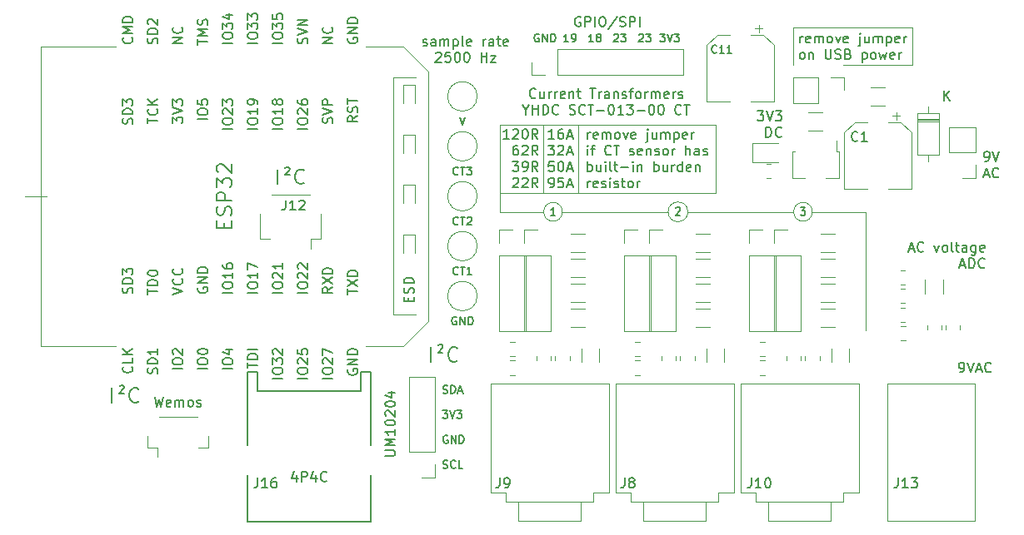
<source format=gbr>
%TF.GenerationSoftware,KiCad,Pcbnew,(5.1.10)-1*%
%TF.CreationDate,2021-09-25T08:27:26+01:00*%
%TF.ProjectId,EnergyMonitor,456e6572-6779-44d6-9f6e-69746f722e6b,v1.0*%
%TF.SameCoordinates,Original*%
%TF.FileFunction,Legend,Top*%
%TF.FilePolarity,Positive*%
%FSLAX46Y46*%
G04 Gerber Fmt 4.6, Leading zero omitted, Abs format (unit mm)*
G04 Created by KiCad (PCBNEW (5.1.10)-1) date 2021-09-25 08:27:26*
%MOMM*%
%LPD*%
G01*
G04 APERTURE LIST*
%ADD10C,0.120000*%
%ADD11C,0.150000*%
%ADD12C,0.200000*%
G04 APERTURE END LIST*
D10*
X84455000Y-82867500D02*
X84455000Y-106997500D01*
X84455000Y-106997500D02*
X86677500Y-106997500D01*
X86677500Y-82867500D02*
X84455000Y-82867500D01*
D11*
X99212476Y-78467000D02*
X99136285Y-78428904D01*
X99022000Y-78428904D01*
X98907714Y-78467000D01*
X98831523Y-78543190D01*
X98793428Y-78619380D01*
X98755333Y-78771761D01*
X98755333Y-78886047D01*
X98793428Y-79038428D01*
X98831523Y-79114619D01*
X98907714Y-79190809D01*
X99022000Y-79228904D01*
X99098190Y-79228904D01*
X99212476Y-79190809D01*
X99250571Y-79152714D01*
X99250571Y-78886047D01*
X99098190Y-78886047D01*
X99593428Y-79228904D02*
X99593428Y-78428904D01*
X100050571Y-79228904D01*
X100050571Y-78428904D01*
X100431523Y-79228904D02*
X100431523Y-78428904D01*
X100622000Y-78428904D01*
X100736285Y-78467000D01*
X100812476Y-78543190D01*
X100850571Y-78619380D01*
X100888666Y-78771761D01*
X100888666Y-78886047D01*
X100850571Y-79038428D01*
X100812476Y-79114619D01*
X100736285Y-79190809D01*
X100622000Y-79228904D01*
X100431523Y-79228904D01*
X109372476Y-78505095D02*
X109410571Y-78467000D01*
X109486761Y-78428904D01*
X109677238Y-78428904D01*
X109753428Y-78467000D01*
X109791523Y-78505095D01*
X109829619Y-78581285D01*
X109829619Y-78657476D01*
X109791523Y-78771761D01*
X109334380Y-79228904D01*
X109829619Y-79228904D01*
X110096285Y-78428904D02*
X110591523Y-78428904D01*
X110324857Y-78733666D01*
X110439142Y-78733666D01*
X110515333Y-78771761D01*
X110553428Y-78809857D01*
X110591523Y-78886047D01*
X110591523Y-79076523D01*
X110553428Y-79152714D01*
X110515333Y-79190809D01*
X110439142Y-79228904D01*
X110210571Y-79228904D01*
X110134380Y-79190809D01*
X110096285Y-79152714D01*
X111531523Y-78428904D02*
X112026761Y-78428904D01*
X111760095Y-78733666D01*
X111874380Y-78733666D01*
X111950571Y-78771761D01*
X111988666Y-78809857D01*
X112026761Y-78886047D01*
X112026761Y-79076523D01*
X111988666Y-79152714D01*
X111950571Y-79190809D01*
X111874380Y-79228904D01*
X111645809Y-79228904D01*
X111569619Y-79190809D01*
X111531523Y-79152714D01*
X112255333Y-78428904D02*
X112522000Y-79228904D01*
X112788666Y-78428904D01*
X112979142Y-78428904D02*
X113474380Y-78428904D01*
X113207714Y-78733666D01*
X113322000Y-78733666D01*
X113398190Y-78771761D01*
X113436285Y-78809857D01*
X113474380Y-78886047D01*
X113474380Y-79076523D01*
X113436285Y-79152714D01*
X113398190Y-79190809D01*
X113322000Y-79228904D01*
X113093428Y-79228904D01*
X113017238Y-79190809D01*
X112979142Y-79152714D01*
X106832476Y-78505095D02*
X106870571Y-78467000D01*
X106946761Y-78428904D01*
X107137238Y-78428904D01*
X107213428Y-78467000D01*
X107251523Y-78505095D01*
X107289619Y-78581285D01*
X107289619Y-78657476D01*
X107251523Y-78771761D01*
X106794380Y-79228904D01*
X107289619Y-79228904D01*
X107556285Y-78428904D02*
X108051523Y-78428904D01*
X107784857Y-78733666D01*
X107899142Y-78733666D01*
X107975333Y-78771761D01*
X108013428Y-78809857D01*
X108051523Y-78886047D01*
X108051523Y-79076523D01*
X108013428Y-79152714D01*
X107975333Y-79190809D01*
X107899142Y-79228904D01*
X107670571Y-79228904D01*
X107594380Y-79190809D01*
X107556285Y-79152714D01*
X104749619Y-79228904D02*
X104292476Y-79228904D01*
X104521047Y-79228904D02*
X104521047Y-78428904D01*
X104444857Y-78543190D01*
X104368666Y-78619380D01*
X104292476Y-78657476D01*
X105206761Y-78771761D02*
X105130571Y-78733666D01*
X105092476Y-78695571D01*
X105054380Y-78619380D01*
X105054380Y-78581285D01*
X105092476Y-78505095D01*
X105130571Y-78467000D01*
X105206761Y-78428904D01*
X105359142Y-78428904D01*
X105435333Y-78467000D01*
X105473428Y-78505095D01*
X105511523Y-78581285D01*
X105511523Y-78619380D01*
X105473428Y-78695571D01*
X105435333Y-78733666D01*
X105359142Y-78771761D01*
X105206761Y-78771761D01*
X105130571Y-78809857D01*
X105092476Y-78847952D01*
X105054380Y-78924142D01*
X105054380Y-79076523D01*
X105092476Y-79152714D01*
X105130571Y-79190809D01*
X105206761Y-79228904D01*
X105359142Y-79228904D01*
X105435333Y-79190809D01*
X105473428Y-79152714D01*
X105511523Y-79076523D01*
X105511523Y-78924142D01*
X105473428Y-78847952D01*
X105435333Y-78809857D01*
X105359142Y-78771761D01*
X102209619Y-79228904D02*
X101752476Y-79228904D01*
X101981047Y-79228904D02*
X101981047Y-78428904D01*
X101904857Y-78543190D01*
X101828666Y-78619380D01*
X101752476Y-78657476D01*
X102590571Y-79228904D02*
X102742952Y-79228904D01*
X102819142Y-79190809D01*
X102857238Y-79152714D01*
X102933428Y-79038428D01*
X102971523Y-78886047D01*
X102971523Y-78581285D01*
X102933428Y-78505095D01*
X102895333Y-78467000D01*
X102819142Y-78428904D01*
X102666761Y-78428904D01*
X102590571Y-78467000D01*
X102552476Y-78505095D01*
X102514380Y-78581285D01*
X102514380Y-78771761D01*
X102552476Y-78847952D01*
X102590571Y-78886047D01*
X102666761Y-78924142D01*
X102819142Y-78924142D01*
X102895333Y-78886047D01*
X102933428Y-78847952D01*
X102971523Y-78771761D01*
X103433904Y-76716000D02*
X103338666Y-76668380D01*
X103195809Y-76668380D01*
X103052952Y-76716000D01*
X102957714Y-76811238D01*
X102910095Y-76906476D01*
X102862476Y-77096952D01*
X102862476Y-77239809D01*
X102910095Y-77430285D01*
X102957714Y-77525523D01*
X103052952Y-77620761D01*
X103195809Y-77668380D01*
X103291047Y-77668380D01*
X103433904Y-77620761D01*
X103481523Y-77573142D01*
X103481523Y-77239809D01*
X103291047Y-77239809D01*
X103910095Y-77668380D02*
X103910095Y-76668380D01*
X104291047Y-76668380D01*
X104386285Y-76716000D01*
X104433904Y-76763619D01*
X104481523Y-76858857D01*
X104481523Y-77001714D01*
X104433904Y-77096952D01*
X104386285Y-77144571D01*
X104291047Y-77192190D01*
X103910095Y-77192190D01*
X104910095Y-77668380D02*
X104910095Y-76668380D01*
X105576761Y-76668380D02*
X105767238Y-76668380D01*
X105862476Y-76716000D01*
X105957714Y-76811238D01*
X106005333Y-77001714D01*
X106005333Y-77335047D01*
X105957714Y-77525523D01*
X105862476Y-77620761D01*
X105767238Y-77668380D01*
X105576761Y-77668380D01*
X105481523Y-77620761D01*
X105386285Y-77525523D01*
X105338666Y-77335047D01*
X105338666Y-77001714D01*
X105386285Y-76811238D01*
X105481523Y-76716000D01*
X105576761Y-76668380D01*
X107148190Y-76620761D02*
X106291047Y-77906476D01*
X107433904Y-77620761D02*
X107576761Y-77668380D01*
X107814857Y-77668380D01*
X107910095Y-77620761D01*
X107957714Y-77573142D01*
X108005333Y-77477904D01*
X108005333Y-77382666D01*
X107957714Y-77287428D01*
X107910095Y-77239809D01*
X107814857Y-77192190D01*
X107624380Y-77144571D01*
X107529142Y-77096952D01*
X107481523Y-77049333D01*
X107433904Y-76954095D01*
X107433904Y-76858857D01*
X107481523Y-76763619D01*
X107529142Y-76716000D01*
X107624380Y-76668380D01*
X107862476Y-76668380D01*
X108005333Y-76716000D01*
X108433904Y-77668380D02*
X108433904Y-76668380D01*
X108814857Y-76668380D01*
X108910095Y-76716000D01*
X108957714Y-76763619D01*
X109005333Y-76858857D01*
X109005333Y-77001714D01*
X108957714Y-77096952D01*
X108910095Y-77144571D01*
X108814857Y-77192190D01*
X108433904Y-77192190D01*
X109433904Y-77668380D02*
X109433904Y-76668380D01*
X73431428Y-92030595D02*
X73469523Y-91992500D01*
X73545714Y-91954404D01*
X73736190Y-91954404D01*
X73812380Y-91992500D01*
X73850476Y-92030595D01*
X73888571Y-92106785D01*
X73888571Y-92182976D01*
X73850476Y-92297261D01*
X73393333Y-92754404D01*
X73888571Y-92754404D01*
D12*
X72656071Y-93706071D02*
X72656071Y-92206071D01*
X75370357Y-93563214D02*
X75298928Y-93634642D01*
X75084642Y-93706071D01*
X74941785Y-93706071D01*
X74727500Y-93634642D01*
X74584642Y-93491785D01*
X74513214Y-93348928D01*
X74441785Y-93063214D01*
X74441785Y-92848928D01*
X74513214Y-92563214D01*
X74584642Y-92420357D01*
X74727500Y-92277500D01*
X74941785Y-92206071D01*
X75084642Y-92206071D01*
X75298928Y-92277500D01*
X75370357Y-92348928D01*
D10*
X95250000Y-94615000D02*
X95250000Y-96520000D01*
X132397500Y-96520000D02*
X127000000Y-96520000D01*
X114351523Y-96520000D02*
X125095000Y-96520000D01*
X101600000Y-96520000D02*
X112343477Y-96520000D01*
X95250000Y-96520000D02*
X99695000Y-96520000D01*
X127000000Y-96520000D02*
G75*
G03*
X127000000Y-96520000I-952500J0D01*
G01*
X114351523Y-96520000D02*
G75*
G03*
X114351523Y-96520000I-1004023J0D01*
G01*
X101600000Y-96520000D02*
G75*
G03*
X101600000Y-96520000I-952500J0D01*
G01*
D11*
X125780833Y-96081904D02*
X126276071Y-96081904D01*
X126009404Y-96386666D01*
X126123690Y-96386666D01*
X126199880Y-96424761D01*
X126237976Y-96462857D01*
X126276071Y-96539047D01*
X126276071Y-96729523D01*
X126237976Y-96805714D01*
X126199880Y-96843809D01*
X126123690Y-96881904D01*
X125895119Y-96881904D01*
X125818928Y-96843809D01*
X125780833Y-96805714D01*
X113118928Y-96158095D02*
X113157023Y-96120000D01*
X113233214Y-96081904D01*
X113423690Y-96081904D01*
X113499880Y-96120000D01*
X113537976Y-96158095D01*
X113576071Y-96234285D01*
X113576071Y-96310476D01*
X113537976Y-96424761D01*
X113080833Y-96881904D01*
X113576071Y-96881904D01*
X100876071Y-96881904D02*
X100418928Y-96881904D01*
X100647500Y-96881904D02*
X100647500Y-96081904D01*
X100571309Y-96196190D01*
X100495119Y-96272380D01*
X100418928Y-96310476D01*
D12*
X88213571Y-111803571D02*
X88213571Y-110303571D01*
X90927857Y-111660714D02*
X90856428Y-111732142D01*
X90642142Y-111803571D01*
X90499285Y-111803571D01*
X90285000Y-111732142D01*
X90142142Y-111589285D01*
X90070714Y-111446428D01*
X89999285Y-111160714D01*
X89999285Y-110946428D01*
X90070714Y-110660714D01*
X90142142Y-110517857D01*
X90285000Y-110375000D01*
X90499285Y-110303571D01*
X90642142Y-110303571D01*
X90856428Y-110375000D01*
X90927857Y-110446428D01*
D11*
X88988928Y-110128095D02*
X89027023Y-110090000D01*
X89103214Y-110051904D01*
X89293690Y-110051904D01*
X89369880Y-110090000D01*
X89407976Y-110128095D01*
X89446071Y-110204285D01*
X89446071Y-110280476D01*
X89407976Y-110394761D01*
X88950833Y-110851904D01*
X89446071Y-110851904D01*
D12*
X55828571Y-115931071D02*
X55828571Y-114431071D01*
X58542857Y-115788214D02*
X58471428Y-115859642D01*
X58257142Y-115931071D01*
X58114285Y-115931071D01*
X57900000Y-115859642D01*
X57757142Y-115716785D01*
X57685714Y-115573928D01*
X57614285Y-115288214D01*
X57614285Y-115073928D01*
X57685714Y-114788214D01*
X57757142Y-114645357D01*
X57900000Y-114502500D01*
X58114285Y-114431071D01*
X58257142Y-114431071D01*
X58471428Y-114502500D01*
X58542857Y-114573928D01*
D11*
X56603928Y-114255595D02*
X56642023Y-114217500D01*
X56718214Y-114179404D01*
X56908690Y-114179404D01*
X56984880Y-114217500D01*
X57022976Y-114255595D01*
X57061071Y-114331785D01*
X57061071Y-114407976D01*
X57022976Y-114522261D01*
X56565833Y-114979404D01*
X57061071Y-114979404D01*
X87424166Y-79589761D02*
X87519404Y-79637380D01*
X87709880Y-79637380D01*
X87805119Y-79589761D01*
X87852738Y-79494523D01*
X87852738Y-79446904D01*
X87805119Y-79351666D01*
X87709880Y-79304047D01*
X87567023Y-79304047D01*
X87471785Y-79256428D01*
X87424166Y-79161190D01*
X87424166Y-79113571D01*
X87471785Y-79018333D01*
X87567023Y-78970714D01*
X87709880Y-78970714D01*
X87805119Y-79018333D01*
X88709880Y-79637380D02*
X88709880Y-79113571D01*
X88662261Y-79018333D01*
X88567023Y-78970714D01*
X88376547Y-78970714D01*
X88281309Y-79018333D01*
X88709880Y-79589761D02*
X88614642Y-79637380D01*
X88376547Y-79637380D01*
X88281309Y-79589761D01*
X88233690Y-79494523D01*
X88233690Y-79399285D01*
X88281309Y-79304047D01*
X88376547Y-79256428D01*
X88614642Y-79256428D01*
X88709880Y-79208809D01*
X89186071Y-79637380D02*
X89186071Y-78970714D01*
X89186071Y-79065952D02*
X89233690Y-79018333D01*
X89328928Y-78970714D01*
X89471785Y-78970714D01*
X89567023Y-79018333D01*
X89614642Y-79113571D01*
X89614642Y-79637380D01*
X89614642Y-79113571D02*
X89662261Y-79018333D01*
X89757500Y-78970714D01*
X89900357Y-78970714D01*
X89995595Y-79018333D01*
X90043214Y-79113571D01*
X90043214Y-79637380D01*
X90519404Y-78970714D02*
X90519404Y-79970714D01*
X90519404Y-79018333D02*
X90614642Y-78970714D01*
X90805119Y-78970714D01*
X90900357Y-79018333D01*
X90947976Y-79065952D01*
X90995595Y-79161190D01*
X90995595Y-79446904D01*
X90947976Y-79542142D01*
X90900357Y-79589761D01*
X90805119Y-79637380D01*
X90614642Y-79637380D01*
X90519404Y-79589761D01*
X91567023Y-79637380D02*
X91471785Y-79589761D01*
X91424166Y-79494523D01*
X91424166Y-78637380D01*
X92328928Y-79589761D02*
X92233690Y-79637380D01*
X92043214Y-79637380D01*
X91947976Y-79589761D01*
X91900357Y-79494523D01*
X91900357Y-79113571D01*
X91947976Y-79018333D01*
X92043214Y-78970714D01*
X92233690Y-78970714D01*
X92328928Y-79018333D01*
X92376547Y-79113571D01*
X92376547Y-79208809D01*
X91900357Y-79304047D01*
X93567023Y-79637380D02*
X93567023Y-78970714D01*
X93567023Y-79161190D02*
X93614642Y-79065952D01*
X93662261Y-79018333D01*
X93757500Y-78970714D01*
X93852738Y-78970714D01*
X94614642Y-79637380D02*
X94614642Y-79113571D01*
X94567023Y-79018333D01*
X94471785Y-78970714D01*
X94281309Y-78970714D01*
X94186071Y-79018333D01*
X94614642Y-79589761D02*
X94519404Y-79637380D01*
X94281309Y-79637380D01*
X94186071Y-79589761D01*
X94138452Y-79494523D01*
X94138452Y-79399285D01*
X94186071Y-79304047D01*
X94281309Y-79256428D01*
X94519404Y-79256428D01*
X94614642Y-79208809D01*
X94947976Y-78970714D02*
X95328928Y-78970714D01*
X95090833Y-78637380D02*
X95090833Y-79494523D01*
X95138452Y-79589761D01*
X95233690Y-79637380D01*
X95328928Y-79637380D01*
X96043214Y-79589761D02*
X95947976Y-79637380D01*
X95757500Y-79637380D01*
X95662261Y-79589761D01*
X95614642Y-79494523D01*
X95614642Y-79113571D01*
X95662261Y-79018333D01*
X95757500Y-78970714D01*
X95947976Y-78970714D01*
X96043214Y-79018333D01*
X96090833Y-79113571D01*
X96090833Y-79208809D01*
X95614642Y-79304047D01*
X88733690Y-80382619D02*
X88781309Y-80335000D01*
X88876547Y-80287380D01*
X89114642Y-80287380D01*
X89209880Y-80335000D01*
X89257500Y-80382619D01*
X89305119Y-80477857D01*
X89305119Y-80573095D01*
X89257500Y-80715952D01*
X88686071Y-81287380D01*
X89305119Y-81287380D01*
X90209880Y-80287380D02*
X89733690Y-80287380D01*
X89686071Y-80763571D01*
X89733690Y-80715952D01*
X89828928Y-80668333D01*
X90067023Y-80668333D01*
X90162261Y-80715952D01*
X90209880Y-80763571D01*
X90257500Y-80858809D01*
X90257500Y-81096904D01*
X90209880Y-81192142D01*
X90162261Y-81239761D01*
X90067023Y-81287380D01*
X89828928Y-81287380D01*
X89733690Y-81239761D01*
X89686071Y-81192142D01*
X90876547Y-80287380D02*
X90971785Y-80287380D01*
X91067023Y-80335000D01*
X91114642Y-80382619D01*
X91162261Y-80477857D01*
X91209880Y-80668333D01*
X91209880Y-80906428D01*
X91162261Y-81096904D01*
X91114642Y-81192142D01*
X91067023Y-81239761D01*
X90971785Y-81287380D01*
X90876547Y-81287380D01*
X90781309Y-81239761D01*
X90733690Y-81192142D01*
X90686071Y-81096904D01*
X90638452Y-80906428D01*
X90638452Y-80668333D01*
X90686071Y-80477857D01*
X90733690Y-80382619D01*
X90781309Y-80335000D01*
X90876547Y-80287380D01*
X91828928Y-80287380D02*
X91924166Y-80287380D01*
X92019404Y-80335000D01*
X92067023Y-80382619D01*
X92114642Y-80477857D01*
X92162261Y-80668333D01*
X92162261Y-80906428D01*
X92114642Y-81096904D01*
X92067023Y-81192142D01*
X92019404Y-81239761D01*
X91924166Y-81287380D01*
X91828928Y-81287380D01*
X91733690Y-81239761D01*
X91686071Y-81192142D01*
X91638452Y-81096904D01*
X91590833Y-80906428D01*
X91590833Y-80668333D01*
X91638452Y-80477857D01*
X91686071Y-80382619D01*
X91733690Y-80335000D01*
X91828928Y-80287380D01*
X93352738Y-81287380D02*
X93352738Y-80287380D01*
X93352738Y-80763571D02*
X93924166Y-80763571D01*
X93924166Y-81287380D02*
X93924166Y-80287380D01*
X94305119Y-80620714D02*
X94828928Y-80620714D01*
X94305119Y-81287380D01*
X94828928Y-81287380D01*
D10*
X137160000Y-81597500D02*
X130175000Y-81597500D01*
X125095000Y-77787500D02*
X125095000Y-81597500D01*
X137160000Y-77787500D02*
X137160000Y-81597500D01*
X125095000Y-77787500D02*
X137160000Y-77787500D01*
D11*
X90830476Y-107232500D02*
X90754285Y-107194404D01*
X90640000Y-107194404D01*
X90525714Y-107232500D01*
X90449523Y-107308690D01*
X90411428Y-107384880D01*
X90373333Y-107537261D01*
X90373333Y-107651547D01*
X90411428Y-107803928D01*
X90449523Y-107880119D01*
X90525714Y-107956309D01*
X90640000Y-107994404D01*
X90716190Y-107994404D01*
X90830476Y-107956309D01*
X90868571Y-107918214D01*
X90868571Y-107651547D01*
X90716190Y-107651547D01*
X91211428Y-107994404D02*
X91211428Y-107194404D01*
X91668571Y-107994404D01*
X91668571Y-107194404D01*
X92049523Y-107994404D02*
X92049523Y-107194404D01*
X92240000Y-107194404D01*
X92354285Y-107232500D01*
X92430476Y-107308690D01*
X92468571Y-107384880D01*
X92506666Y-107537261D01*
X92506666Y-107651547D01*
X92468571Y-107803928D01*
X92430476Y-107880119D01*
X92354285Y-107956309D01*
X92240000Y-107994404D01*
X92049523Y-107994404D01*
X91001904Y-102838214D02*
X90963809Y-102876309D01*
X90849523Y-102914404D01*
X90773333Y-102914404D01*
X90659047Y-102876309D01*
X90582857Y-102800119D01*
X90544761Y-102723928D01*
X90506666Y-102571547D01*
X90506666Y-102457261D01*
X90544761Y-102304880D01*
X90582857Y-102228690D01*
X90659047Y-102152500D01*
X90773333Y-102114404D01*
X90849523Y-102114404D01*
X90963809Y-102152500D01*
X91001904Y-102190595D01*
X91230476Y-102114404D02*
X91687619Y-102114404D01*
X91459047Y-102914404D02*
X91459047Y-102114404D01*
X92373333Y-102914404D02*
X91916190Y-102914404D01*
X92144761Y-102914404D02*
X92144761Y-102114404D01*
X92068571Y-102228690D01*
X91992380Y-102304880D01*
X91916190Y-102342976D01*
X91001904Y-97758214D02*
X90963809Y-97796309D01*
X90849523Y-97834404D01*
X90773333Y-97834404D01*
X90659047Y-97796309D01*
X90582857Y-97720119D01*
X90544761Y-97643928D01*
X90506666Y-97491547D01*
X90506666Y-97377261D01*
X90544761Y-97224880D01*
X90582857Y-97148690D01*
X90659047Y-97072500D01*
X90773333Y-97034404D01*
X90849523Y-97034404D01*
X90963809Y-97072500D01*
X91001904Y-97110595D01*
X91230476Y-97034404D02*
X91687619Y-97034404D01*
X91459047Y-97834404D02*
X91459047Y-97034404D01*
X91916190Y-97110595D02*
X91954285Y-97072500D01*
X92030476Y-97034404D01*
X92220952Y-97034404D01*
X92297142Y-97072500D01*
X92335238Y-97110595D01*
X92373333Y-97186785D01*
X92373333Y-97262976D01*
X92335238Y-97377261D01*
X91878095Y-97834404D01*
X92373333Y-97834404D01*
X91001904Y-92678214D02*
X90963809Y-92716309D01*
X90849523Y-92754404D01*
X90773333Y-92754404D01*
X90659047Y-92716309D01*
X90582857Y-92640119D01*
X90544761Y-92563928D01*
X90506666Y-92411547D01*
X90506666Y-92297261D01*
X90544761Y-92144880D01*
X90582857Y-92068690D01*
X90659047Y-91992500D01*
X90773333Y-91954404D01*
X90849523Y-91954404D01*
X90963809Y-91992500D01*
X91001904Y-92030595D01*
X91230476Y-91954404D02*
X91687619Y-91954404D01*
X91459047Y-92754404D02*
X91459047Y-91954404D01*
X91878095Y-91954404D02*
X92373333Y-91954404D01*
X92106666Y-92259166D01*
X92220952Y-92259166D01*
X92297142Y-92297261D01*
X92335238Y-92335357D01*
X92373333Y-92411547D01*
X92373333Y-92602023D01*
X92335238Y-92678214D01*
X92297142Y-92716309D01*
X92220952Y-92754404D01*
X91992380Y-92754404D01*
X91916190Y-92716309D01*
X91878095Y-92678214D01*
X91173333Y-86874404D02*
X91440000Y-87674404D01*
X91706666Y-86874404D01*
X144528214Y-91384880D02*
X144718690Y-91384880D01*
X144813928Y-91337261D01*
X144861547Y-91289642D01*
X144956785Y-91146785D01*
X145004404Y-90956309D01*
X145004404Y-90575357D01*
X144956785Y-90480119D01*
X144909166Y-90432500D01*
X144813928Y-90384880D01*
X144623452Y-90384880D01*
X144528214Y-90432500D01*
X144480595Y-90480119D01*
X144432976Y-90575357D01*
X144432976Y-90813452D01*
X144480595Y-90908690D01*
X144528214Y-90956309D01*
X144623452Y-91003928D01*
X144813928Y-91003928D01*
X144909166Y-90956309D01*
X144956785Y-90908690D01*
X145004404Y-90813452D01*
X145290119Y-90384880D02*
X145623452Y-91384880D01*
X145956785Y-90384880D01*
X144432976Y-92749166D02*
X144909166Y-92749166D01*
X144337738Y-93034880D02*
X144671071Y-92034880D01*
X145004404Y-93034880D01*
X145909166Y-92939642D02*
X145861547Y-92987261D01*
X145718690Y-93034880D01*
X145623452Y-93034880D01*
X145480595Y-92987261D01*
X145385357Y-92892023D01*
X145337738Y-92796785D01*
X145290119Y-92606309D01*
X145290119Y-92463452D01*
X145337738Y-92272976D01*
X145385357Y-92177738D01*
X145480595Y-92082500D01*
X145623452Y-92034880D01*
X145718690Y-92034880D01*
X145861547Y-92082500D01*
X145909166Y-92130119D01*
D10*
X132397500Y-96520000D02*
X132397500Y-108585000D01*
D11*
X121425952Y-86257380D02*
X122045000Y-86257380D01*
X121711666Y-86638333D01*
X121854523Y-86638333D01*
X121949761Y-86685952D01*
X121997380Y-86733571D01*
X122045000Y-86828809D01*
X122045000Y-87066904D01*
X121997380Y-87162142D01*
X121949761Y-87209761D01*
X121854523Y-87257380D01*
X121568809Y-87257380D01*
X121473571Y-87209761D01*
X121425952Y-87162142D01*
X122330714Y-86257380D02*
X122664047Y-87257380D01*
X122997380Y-86257380D01*
X123235476Y-86257380D02*
X123854523Y-86257380D01*
X123521190Y-86638333D01*
X123664047Y-86638333D01*
X123759285Y-86685952D01*
X123806904Y-86733571D01*
X123854523Y-86828809D01*
X123854523Y-87066904D01*
X123806904Y-87162142D01*
X123759285Y-87209761D01*
X123664047Y-87257380D01*
X123378333Y-87257380D01*
X123283095Y-87209761D01*
X123235476Y-87162142D01*
X122283095Y-88907380D02*
X122283095Y-87907380D01*
X122521190Y-87907380D01*
X122664047Y-87955000D01*
X122759285Y-88050238D01*
X122806904Y-88145476D01*
X122854523Y-88335952D01*
X122854523Y-88478809D01*
X122806904Y-88669285D01*
X122759285Y-88764523D01*
X122664047Y-88859761D01*
X122521190Y-88907380D01*
X122283095Y-88907380D01*
X123854523Y-88812142D02*
X123806904Y-88859761D01*
X123664047Y-88907380D01*
X123568809Y-88907380D01*
X123425952Y-88859761D01*
X123330714Y-88764523D01*
X123283095Y-88669285D01*
X123235476Y-88478809D01*
X123235476Y-88335952D01*
X123283095Y-88145476D01*
X123330714Y-88050238D01*
X123425952Y-87955000D01*
X123568809Y-87907380D01*
X123664047Y-87907380D01*
X123806904Y-87955000D01*
X123854523Y-88002619D01*
X85971071Y-105647976D02*
X85971071Y-105314642D01*
X86494880Y-105171785D02*
X86494880Y-105647976D01*
X85494880Y-105647976D01*
X85494880Y-105171785D01*
X86447261Y-104790833D02*
X86494880Y-104647976D01*
X86494880Y-104409880D01*
X86447261Y-104314642D01*
X86399642Y-104267023D01*
X86304404Y-104219404D01*
X86209166Y-104219404D01*
X86113928Y-104267023D01*
X86066309Y-104314642D01*
X86018690Y-104409880D01*
X85971071Y-104600357D01*
X85923452Y-104695595D01*
X85875833Y-104743214D01*
X85780595Y-104790833D01*
X85685357Y-104790833D01*
X85590119Y-104743214D01*
X85542500Y-104695595D01*
X85494880Y-104600357D01*
X85494880Y-104362261D01*
X85542500Y-104219404D01*
X86494880Y-103790833D02*
X85494880Y-103790833D01*
X85494880Y-103552738D01*
X85542500Y-103409880D01*
X85637738Y-103314642D01*
X85732976Y-103267023D01*
X85923452Y-103219404D01*
X86066309Y-103219404D01*
X86256785Y-103267023D01*
X86352023Y-103314642D01*
X86447261Y-103409880D01*
X86494880Y-103552738D01*
X86494880Y-103790833D01*
X125748095Y-79319880D02*
X125748095Y-78653214D01*
X125748095Y-78843690D02*
X125795714Y-78748452D01*
X125843333Y-78700833D01*
X125938571Y-78653214D01*
X126033809Y-78653214D01*
X126748095Y-79272261D02*
X126652857Y-79319880D01*
X126462380Y-79319880D01*
X126367142Y-79272261D01*
X126319523Y-79177023D01*
X126319523Y-78796071D01*
X126367142Y-78700833D01*
X126462380Y-78653214D01*
X126652857Y-78653214D01*
X126748095Y-78700833D01*
X126795714Y-78796071D01*
X126795714Y-78891309D01*
X126319523Y-78986547D01*
X127224285Y-79319880D02*
X127224285Y-78653214D01*
X127224285Y-78748452D02*
X127271904Y-78700833D01*
X127367142Y-78653214D01*
X127510000Y-78653214D01*
X127605238Y-78700833D01*
X127652857Y-78796071D01*
X127652857Y-79319880D01*
X127652857Y-78796071D02*
X127700476Y-78700833D01*
X127795714Y-78653214D01*
X127938571Y-78653214D01*
X128033809Y-78700833D01*
X128081428Y-78796071D01*
X128081428Y-79319880D01*
X128700476Y-79319880D02*
X128605238Y-79272261D01*
X128557619Y-79224642D01*
X128510000Y-79129404D01*
X128510000Y-78843690D01*
X128557619Y-78748452D01*
X128605238Y-78700833D01*
X128700476Y-78653214D01*
X128843333Y-78653214D01*
X128938571Y-78700833D01*
X128986190Y-78748452D01*
X129033809Y-78843690D01*
X129033809Y-79129404D01*
X128986190Y-79224642D01*
X128938571Y-79272261D01*
X128843333Y-79319880D01*
X128700476Y-79319880D01*
X129367142Y-78653214D02*
X129605238Y-79319880D01*
X129843333Y-78653214D01*
X130605238Y-79272261D02*
X130510000Y-79319880D01*
X130319523Y-79319880D01*
X130224285Y-79272261D01*
X130176666Y-79177023D01*
X130176666Y-78796071D01*
X130224285Y-78700833D01*
X130319523Y-78653214D01*
X130510000Y-78653214D01*
X130605238Y-78700833D01*
X130652857Y-78796071D01*
X130652857Y-78891309D01*
X130176666Y-78986547D01*
X131843333Y-78653214D02*
X131843333Y-79510357D01*
X131795714Y-79605595D01*
X131700476Y-79653214D01*
X131652857Y-79653214D01*
X131843333Y-78319880D02*
X131795714Y-78367500D01*
X131843333Y-78415119D01*
X131890952Y-78367500D01*
X131843333Y-78319880D01*
X131843333Y-78415119D01*
X132748095Y-78653214D02*
X132748095Y-79319880D01*
X132319523Y-78653214D02*
X132319523Y-79177023D01*
X132367142Y-79272261D01*
X132462380Y-79319880D01*
X132605238Y-79319880D01*
X132700476Y-79272261D01*
X132748095Y-79224642D01*
X133224285Y-79319880D02*
X133224285Y-78653214D01*
X133224285Y-78748452D02*
X133271904Y-78700833D01*
X133367142Y-78653214D01*
X133510000Y-78653214D01*
X133605238Y-78700833D01*
X133652857Y-78796071D01*
X133652857Y-79319880D01*
X133652857Y-78796071D02*
X133700476Y-78700833D01*
X133795714Y-78653214D01*
X133938571Y-78653214D01*
X134033809Y-78700833D01*
X134081428Y-78796071D01*
X134081428Y-79319880D01*
X134557619Y-78653214D02*
X134557619Y-79653214D01*
X134557619Y-78700833D02*
X134652857Y-78653214D01*
X134843333Y-78653214D01*
X134938571Y-78700833D01*
X134986190Y-78748452D01*
X135033809Y-78843690D01*
X135033809Y-79129404D01*
X134986190Y-79224642D01*
X134938571Y-79272261D01*
X134843333Y-79319880D01*
X134652857Y-79319880D01*
X134557619Y-79272261D01*
X135843333Y-79272261D02*
X135748095Y-79319880D01*
X135557619Y-79319880D01*
X135462380Y-79272261D01*
X135414761Y-79177023D01*
X135414761Y-78796071D01*
X135462380Y-78700833D01*
X135557619Y-78653214D01*
X135748095Y-78653214D01*
X135843333Y-78700833D01*
X135890952Y-78796071D01*
X135890952Y-78891309D01*
X135414761Y-78986547D01*
X136319523Y-79319880D02*
X136319523Y-78653214D01*
X136319523Y-78843690D02*
X136367142Y-78748452D01*
X136414761Y-78700833D01*
X136510000Y-78653214D01*
X136605238Y-78653214D01*
X125890952Y-80969880D02*
X125795714Y-80922261D01*
X125748095Y-80874642D01*
X125700476Y-80779404D01*
X125700476Y-80493690D01*
X125748095Y-80398452D01*
X125795714Y-80350833D01*
X125890952Y-80303214D01*
X126033809Y-80303214D01*
X126129047Y-80350833D01*
X126176666Y-80398452D01*
X126224285Y-80493690D01*
X126224285Y-80779404D01*
X126176666Y-80874642D01*
X126129047Y-80922261D01*
X126033809Y-80969880D01*
X125890952Y-80969880D01*
X126652857Y-80303214D02*
X126652857Y-80969880D01*
X126652857Y-80398452D02*
X126700476Y-80350833D01*
X126795714Y-80303214D01*
X126938571Y-80303214D01*
X127033809Y-80350833D01*
X127081428Y-80446071D01*
X127081428Y-80969880D01*
X128319523Y-79969880D02*
X128319523Y-80779404D01*
X128367142Y-80874642D01*
X128414761Y-80922261D01*
X128510000Y-80969880D01*
X128700476Y-80969880D01*
X128795714Y-80922261D01*
X128843333Y-80874642D01*
X128890952Y-80779404D01*
X128890952Y-79969880D01*
X129319523Y-80922261D02*
X129462380Y-80969880D01*
X129700476Y-80969880D01*
X129795714Y-80922261D01*
X129843333Y-80874642D01*
X129890952Y-80779404D01*
X129890952Y-80684166D01*
X129843333Y-80588928D01*
X129795714Y-80541309D01*
X129700476Y-80493690D01*
X129510000Y-80446071D01*
X129414761Y-80398452D01*
X129367142Y-80350833D01*
X129319523Y-80255595D01*
X129319523Y-80160357D01*
X129367142Y-80065119D01*
X129414761Y-80017500D01*
X129510000Y-79969880D01*
X129748095Y-79969880D01*
X129890952Y-80017500D01*
X130652857Y-80446071D02*
X130795714Y-80493690D01*
X130843333Y-80541309D01*
X130890952Y-80636547D01*
X130890952Y-80779404D01*
X130843333Y-80874642D01*
X130795714Y-80922261D01*
X130700476Y-80969880D01*
X130319523Y-80969880D01*
X130319523Y-79969880D01*
X130652857Y-79969880D01*
X130748095Y-80017500D01*
X130795714Y-80065119D01*
X130843333Y-80160357D01*
X130843333Y-80255595D01*
X130795714Y-80350833D01*
X130748095Y-80398452D01*
X130652857Y-80446071D01*
X130319523Y-80446071D01*
X132081428Y-80303214D02*
X132081428Y-81303214D01*
X132081428Y-80350833D02*
X132176666Y-80303214D01*
X132367142Y-80303214D01*
X132462380Y-80350833D01*
X132510000Y-80398452D01*
X132557619Y-80493690D01*
X132557619Y-80779404D01*
X132510000Y-80874642D01*
X132462380Y-80922261D01*
X132367142Y-80969880D01*
X132176666Y-80969880D01*
X132081428Y-80922261D01*
X133129047Y-80969880D02*
X133033809Y-80922261D01*
X132986190Y-80874642D01*
X132938571Y-80779404D01*
X132938571Y-80493690D01*
X132986190Y-80398452D01*
X133033809Y-80350833D01*
X133129047Y-80303214D01*
X133271904Y-80303214D01*
X133367142Y-80350833D01*
X133414761Y-80398452D01*
X133462380Y-80493690D01*
X133462380Y-80779404D01*
X133414761Y-80874642D01*
X133367142Y-80922261D01*
X133271904Y-80969880D01*
X133129047Y-80969880D01*
X133795714Y-80303214D02*
X133986190Y-80969880D01*
X134176666Y-80493690D01*
X134367142Y-80969880D01*
X134557619Y-80303214D01*
X135319523Y-80922261D02*
X135224285Y-80969880D01*
X135033809Y-80969880D01*
X134938571Y-80922261D01*
X134890952Y-80827023D01*
X134890952Y-80446071D01*
X134938571Y-80350833D01*
X135033809Y-80303214D01*
X135224285Y-80303214D01*
X135319523Y-80350833D01*
X135367142Y-80446071D01*
X135367142Y-80541309D01*
X134890952Y-80636547D01*
X135795714Y-80969880D02*
X135795714Y-80303214D01*
X135795714Y-80493690D02*
X135843333Y-80398452D01*
X135890952Y-80350833D01*
X135986190Y-80303214D01*
X136081428Y-80303214D01*
X136825357Y-100306666D02*
X137301547Y-100306666D01*
X136730119Y-100592380D02*
X137063452Y-99592380D01*
X137396785Y-100592380D01*
X138301547Y-100497142D02*
X138253928Y-100544761D01*
X138111071Y-100592380D01*
X138015833Y-100592380D01*
X137872976Y-100544761D01*
X137777738Y-100449523D01*
X137730119Y-100354285D01*
X137682500Y-100163809D01*
X137682500Y-100020952D01*
X137730119Y-99830476D01*
X137777738Y-99735238D01*
X137872976Y-99640000D01*
X138015833Y-99592380D01*
X138111071Y-99592380D01*
X138253928Y-99640000D01*
X138301547Y-99687619D01*
X139396785Y-99925714D02*
X139634880Y-100592380D01*
X139872976Y-99925714D01*
X140396785Y-100592380D02*
X140301547Y-100544761D01*
X140253928Y-100497142D01*
X140206309Y-100401904D01*
X140206309Y-100116190D01*
X140253928Y-100020952D01*
X140301547Y-99973333D01*
X140396785Y-99925714D01*
X140539642Y-99925714D01*
X140634880Y-99973333D01*
X140682500Y-100020952D01*
X140730119Y-100116190D01*
X140730119Y-100401904D01*
X140682500Y-100497142D01*
X140634880Y-100544761D01*
X140539642Y-100592380D01*
X140396785Y-100592380D01*
X141301547Y-100592380D02*
X141206309Y-100544761D01*
X141158690Y-100449523D01*
X141158690Y-99592380D01*
X141539642Y-99925714D02*
X141920595Y-99925714D01*
X141682500Y-99592380D02*
X141682500Y-100449523D01*
X141730119Y-100544761D01*
X141825357Y-100592380D01*
X141920595Y-100592380D01*
X142682500Y-100592380D02*
X142682500Y-100068571D01*
X142634880Y-99973333D01*
X142539642Y-99925714D01*
X142349166Y-99925714D01*
X142253928Y-99973333D01*
X142682500Y-100544761D02*
X142587261Y-100592380D01*
X142349166Y-100592380D01*
X142253928Y-100544761D01*
X142206309Y-100449523D01*
X142206309Y-100354285D01*
X142253928Y-100259047D01*
X142349166Y-100211428D01*
X142587261Y-100211428D01*
X142682500Y-100163809D01*
X143587261Y-99925714D02*
X143587261Y-100735238D01*
X143539642Y-100830476D01*
X143492023Y-100878095D01*
X143396785Y-100925714D01*
X143253928Y-100925714D01*
X143158690Y-100878095D01*
X143587261Y-100544761D02*
X143492023Y-100592380D01*
X143301547Y-100592380D01*
X143206309Y-100544761D01*
X143158690Y-100497142D01*
X143111071Y-100401904D01*
X143111071Y-100116190D01*
X143158690Y-100020952D01*
X143206309Y-99973333D01*
X143301547Y-99925714D01*
X143492023Y-99925714D01*
X143587261Y-99973333D01*
X144444404Y-100544761D02*
X144349166Y-100592380D01*
X144158690Y-100592380D01*
X144063452Y-100544761D01*
X144015833Y-100449523D01*
X144015833Y-100068571D01*
X144063452Y-99973333D01*
X144158690Y-99925714D01*
X144349166Y-99925714D01*
X144444404Y-99973333D01*
X144492023Y-100068571D01*
X144492023Y-100163809D01*
X144015833Y-100259047D01*
X142015833Y-101956666D02*
X142492023Y-101956666D01*
X141920595Y-102242380D02*
X142253928Y-101242380D01*
X142587261Y-102242380D01*
X142920595Y-102242380D02*
X142920595Y-101242380D01*
X143158690Y-101242380D01*
X143301547Y-101290000D01*
X143396785Y-101385238D01*
X143444404Y-101480476D01*
X143492023Y-101670952D01*
X143492023Y-101813809D01*
X143444404Y-102004285D01*
X143396785Y-102099523D01*
X143301547Y-102194761D01*
X143158690Y-102242380D01*
X142920595Y-102242380D01*
X144492023Y-102147142D02*
X144444404Y-102194761D01*
X144301547Y-102242380D01*
X144206309Y-102242380D01*
X144063452Y-102194761D01*
X143968214Y-102099523D01*
X143920595Y-102004285D01*
X143872976Y-101813809D01*
X143872976Y-101670952D01*
X143920595Y-101480476D01*
X143968214Y-101385238D01*
X144063452Y-101290000D01*
X144206309Y-101242380D01*
X144301547Y-101242380D01*
X144444404Y-101290000D01*
X144492023Y-101337619D01*
D10*
X46990000Y-94932500D02*
X49212500Y-94932500D01*
D11*
X89467380Y-122561309D02*
X89581666Y-122599404D01*
X89772142Y-122599404D01*
X89848333Y-122561309D01*
X89886428Y-122523214D01*
X89924523Y-122447023D01*
X89924523Y-122370833D01*
X89886428Y-122294642D01*
X89848333Y-122256547D01*
X89772142Y-122218452D01*
X89619761Y-122180357D01*
X89543571Y-122142261D01*
X89505476Y-122104166D01*
X89467380Y-122027976D01*
X89467380Y-121951785D01*
X89505476Y-121875595D01*
X89543571Y-121837500D01*
X89619761Y-121799404D01*
X89810238Y-121799404D01*
X89924523Y-121837500D01*
X90724523Y-122523214D02*
X90686428Y-122561309D01*
X90572142Y-122599404D01*
X90495952Y-122599404D01*
X90381666Y-122561309D01*
X90305476Y-122485119D01*
X90267380Y-122408928D01*
X90229285Y-122256547D01*
X90229285Y-122142261D01*
X90267380Y-121989880D01*
X90305476Y-121913690D01*
X90381666Y-121837500D01*
X90495952Y-121799404D01*
X90572142Y-121799404D01*
X90686428Y-121837500D01*
X90724523Y-121875595D01*
X91448333Y-122599404D02*
X91067380Y-122599404D01*
X91067380Y-121799404D01*
X89924523Y-119297500D02*
X89848333Y-119259404D01*
X89734047Y-119259404D01*
X89619761Y-119297500D01*
X89543571Y-119373690D01*
X89505476Y-119449880D01*
X89467380Y-119602261D01*
X89467380Y-119716547D01*
X89505476Y-119868928D01*
X89543571Y-119945119D01*
X89619761Y-120021309D01*
X89734047Y-120059404D01*
X89810238Y-120059404D01*
X89924523Y-120021309D01*
X89962619Y-119983214D01*
X89962619Y-119716547D01*
X89810238Y-119716547D01*
X90305476Y-120059404D02*
X90305476Y-119259404D01*
X90762619Y-120059404D01*
X90762619Y-119259404D01*
X91143571Y-120059404D02*
X91143571Y-119259404D01*
X91334047Y-119259404D01*
X91448333Y-119297500D01*
X91524523Y-119373690D01*
X91562619Y-119449880D01*
X91600714Y-119602261D01*
X91600714Y-119716547D01*
X91562619Y-119868928D01*
X91524523Y-119945119D01*
X91448333Y-120021309D01*
X91334047Y-120059404D01*
X91143571Y-120059404D01*
X89429285Y-116719404D02*
X89924523Y-116719404D01*
X89657857Y-117024166D01*
X89772142Y-117024166D01*
X89848333Y-117062261D01*
X89886428Y-117100357D01*
X89924523Y-117176547D01*
X89924523Y-117367023D01*
X89886428Y-117443214D01*
X89848333Y-117481309D01*
X89772142Y-117519404D01*
X89543571Y-117519404D01*
X89467380Y-117481309D01*
X89429285Y-117443214D01*
X90153095Y-116719404D02*
X90419761Y-117519404D01*
X90686428Y-116719404D01*
X90876904Y-116719404D02*
X91372142Y-116719404D01*
X91105476Y-117024166D01*
X91219761Y-117024166D01*
X91295952Y-117062261D01*
X91334047Y-117100357D01*
X91372142Y-117176547D01*
X91372142Y-117367023D01*
X91334047Y-117443214D01*
X91295952Y-117481309D01*
X91219761Y-117519404D01*
X90991190Y-117519404D01*
X90915000Y-117481309D01*
X90876904Y-117443214D01*
X89467380Y-114941309D02*
X89581666Y-114979404D01*
X89772142Y-114979404D01*
X89848333Y-114941309D01*
X89886428Y-114903214D01*
X89924523Y-114827023D01*
X89924523Y-114750833D01*
X89886428Y-114674642D01*
X89848333Y-114636547D01*
X89772142Y-114598452D01*
X89619761Y-114560357D01*
X89543571Y-114522261D01*
X89505476Y-114484166D01*
X89467380Y-114407976D01*
X89467380Y-114331785D01*
X89505476Y-114255595D01*
X89543571Y-114217500D01*
X89619761Y-114179404D01*
X89810238Y-114179404D01*
X89924523Y-114217500D01*
X90267380Y-114979404D02*
X90267380Y-114179404D01*
X90457857Y-114179404D01*
X90572142Y-114217500D01*
X90648333Y-114293690D01*
X90686428Y-114369880D01*
X90724523Y-114522261D01*
X90724523Y-114636547D01*
X90686428Y-114788928D01*
X90648333Y-114865119D01*
X90572142Y-114941309D01*
X90457857Y-114979404D01*
X90267380Y-114979404D01*
X91029285Y-114750833D02*
X91410238Y-114750833D01*
X90953095Y-114979404D02*
X91219761Y-114179404D01*
X91486428Y-114979404D01*
D12*
X67202857Y-98146785D02*
X67202857Y-97646785D01*
X67988571Y-97432500D02*
X67988571Y-98146785D01*
X66488571Y-98146785D01*
X66488571Y-97432500D01*
X67917142Y-96861071D02*
X67988571Y-96646785D01*
X67988571Y-96289642D01*
X67917142Y-96146785D01*
X67845714Y-96075357D01*
X67702857Y-96003928D01*
X67560000Y-96003928D01*
X67417142Y-96075357D01*
X67345714Y-96146785D01*
X67274285Y-96289642D01*
X67202857Y-96575357D01*
X67131428Y-96718214D01*
X67060000Y-96789642D01*
X66917142Y-96861071D01*
X66774285Y-96861071D01*
X66631428Y-96789642D01*
X66560000Y-96718214D01*
X66488571Y-96575357D01*
X66488571Y-96218214D01*
X66560000Y-96003928D01*
X67988571Y-95361071D02*
X66488571Y-95361071D01*
X66488571Y-94789642D01*
X66560000Y-94646785D01*
X66631428Y-94575357D01*
X66774285Y-94503928D01*
X66988571Y-94503928D01*
X67131428Y-94575357D01*
X67202857Y-94646785D01*
X67274285Y-94789642D01*
X67274285Y-95361071D01*
X66488571Y-94003928D02*
X66488571Y-93075357D01*
X67060000Y-93575357D01*
X67060000Y-93361071D01*
X67131428Y-93218214D01*
X67202857Y-93146785D01*
X67345714Y-93075357D01*
X67702857Y-93075357D01*
X67845714Y-93146785D01*
X67917142Y-93218214D01*
X67988571Y-93361071D01*
X67988571Y-93789642D01*
X67917142Y-93932500D01*
X67845714Y-94003928D01*
X66631428Y-92503928D02*
X66560000Y-92432500D01*
X66488571Y-92289642D01*
X66488571Y-91932500D01*
X66560000Y-91789642D01*
X66631428Y-91718214D01*
X66774285Y-91646785D01*
X66917142Y-91646785D01*
X67131428Y-91718214D01*
X67988571Y-92575357D01*
X67988571Y-91646785D01*
D11*
X83589880Y-121348095D02*
X84399404Y-121348095D01*
X84494642Y-121300476D01*
X84542261Y-121252857D01*
X84589880Y-121157619D01*
X84589880Y-120967142D01*
X84542261Y-120871904D01*
X84494642Y-120824285D01*
X84399404Y-120776666D01*
X83589880Y-120776666D01*
X84589880Y-120300476D02*
X83589880Y-120300476D01*
X84304166Y-119967142D01*
X83589880Y-119633809D01*
X84589880Y-119633809D01*
X84589880Y-118633809D02*
X84589880Y-119205238D01*
X84589880Y-118919523D02*
X83589880Y-118919523D01*
X83732738Y-119014761D01*
X83827976Y-119110000D01*
X83875595Y-119205238D01*
X83589880Y-118014761D02*
X83589880Y-117919523D01*
X83637500Y-117824285D01*
X83685119Y-117776666D01*
X83780357Y-117729047D01*
X83970833Y-117681428D01*
X84208928Y-117681428D01*
X84399404Y-117729047D01*
X84494642Y-117776666D01*
X84542261Y-117824285D01*
X84589880Y-117919523D01*
X84589880Y-118014761D01*
X84542261Y-118110000D01*
X84494642Y-118157619D01*
X84399404Y-118205238D01*
X84208928Y-118252857D01*
X83970833Y-118252857D01*
X83780357Y-118205238D01*
X83685119Y-118157619D01*
X83637500Y-118110000D01*
X83589880Y-118014761D01*
X83685119Y-117300476D02*
X83637500Y-117252857D01*
X83589880Y-117157619D01*
X83589880Y-116919523D01*
X83637500Y-116824285D01*
X83685119Y-116776666D01*
X83780357Y-116729047D01*
X83875595Y-116729047D01*
X84018452Y-116776666D01*
X84589880Y-117348095D01*
X84589880Y-116729047D01*
X83589880Y-116110000D02*
X83589880Y-116014761D01*
X83637500Y-115919523D01*
X83685119Y-115871904D01*
X83780357Y-115824285D01*
X83970833Y-115776666D01*
X84208928Y-115776666D01*
X84399404Y-115824285D01*
X84494642Y-115871904D01*
X84542261Y-115919523D01*
X84589880Y-116014761D01*
X84589880Y-116110000D01*
X84542261Y-116205238D01*
X84494642Y-116252857D01*
X84399404Y-116300476D01*
X84208928Y-116348095D01*
X83970833Y-116348095D01*
X83780357Y-116300476D01*
X83685119Y-116252857D01*
X83637500Y-116205238D01*
X83589880Y-116110000D01*
X83923214Y-114919523D02*
X84589880Y-114919523D01*
X83542261Y-115157619D02*
X84256547Y-115395714D01*
X84256547Y-114776666D01*
X60166547Y-115339880D02*
X60404642Y-116339880D01*
X60595119Y-115625595D01*
X60785595Y-116339880D01*
X61023690Y-115339880D01*
X61785595Y-116292261D02*
X61690357Y-116339880D01*
X61499880Y-116339880D01*
X61404642Y-116292261D01*
X61357023Y-116197023D01*
X61357023Y-115816071D01*
X61404642Y-115720833D01*
X61499880Y-115673214D01*
X61690357Y-115673214D01*
X61785595Y-115720833D01*
X61833214Y-115816071D01*
X61833214Y-115911309D01*
X61357023Y-116006547D01*
X62261785Y-116339880D02*
X62261785Y-115673214D01*
X62261785Y-115768452D02*
X62309404Y-115720833D01*
X62404642Y-115673214D01*
X62547500Y-115673214D01*
X62642738Y-115720833D01*
X62690357Y-115816071D01*
X62690357Y-116339880D01*
X62690357Y-115816071D02*
X62737976Y-115720833D01*
X62833214Y-115673214D01*
X62976071Y-115673214D01*
X63071309Y-115720833D01*
X63118928Y-115816071D01*
X63118928Y-116339880D01*
X63737976Y-116339880D02*
X63642738Y-116292261D01*
X63595119Y-116244642D01*
X63547500Y-116149404D01*
X63547500Y-115863690D01*
X63595119Y-115768452D01*
X63642738Y-115720833D01*
X63737976Y-115673214D01*
X63880833Y-115673214D01*
X63976071Y-115720833D01*
X64023690Y-115768452D01*
X64071309Y-115863690D01*
X64071309Y-116149404D01*
X64023690Y-116244642D01*
X63976071Y-116292261D01*
X63880833Y-116339880D01*
X63737976Y-116339880D01*
X64452261Y-116292261D02*
X64547500Y-116339880D01*
X64737976Y-116339880D01*
X64833214Y-116292261D01*
X64880833Y-116197023D01*
X64880833Y-116149404D01*
X64833214Y-116054166D01*
X64737976Y-116006547D01*
X64595119Y-116006547D01*
X64499880Y-115958928D01*
X64452261Y-115863690D01*
X64452261Y-115816071D01*
X64499880Y-115720833D01*
X64595119Y-115673214D01*
X64737976Y-115673214D01*
X64833214Y-115720833D01*
X98878333Y-84876142D02*
X98830714Y-84923761D01*
X98687857Y-84971380D01*
X98592619Y-84971380D01*
X98449761Y-84923761D01*
X98354523Y-84828523D01*
X98306904Y-84733285D01*
X98259285Y-84542809D01*
X98259285Y-84399952D01*
X98306904Y-84209476D01*
X98354523Y-84114238D01*
X98449761Y-84019000D01*
X98592619Y-83971380D01*
X98687857Y-83971380D01*
X98830714Y-84019000D01*
X98878333Y-84066619D01*
X99735476Y-84304714D02*
X99735476Y-84971380D01*
X99306904Y-84304714D02*
X99306904Y-84828523D01*
X99354523Y-84923761D01*
X99449761Y-84971380D01*
X99592619Y-84971380D01*
X99687857Y-84923761D01*
X99735476Y-84876142D01*
X100211666Y-84971380D02*
X100211666Y-84304714D01*
X100211666Y-84495190D02*
X100259285Y-84399952D01*
X100306904Y-84352333D01*
X100402142Y-84304714D01*
X100497380Y-84304714D01*
X100830714Y-84971380D02*
X100830714Y-84304714D01*
X100830714Y-84495190D02*
X100878333Y-84399952D01*
X100925952Y-84352333D01*
X101021190Y-84304714D01*
X101116428Y-84304714D01*
X101830714Y-84923761D02*
X101735476Y-84971380D01*
X101545000Y-84971380D01*
X101449761Y-84923761D01*
X101402142Y-84828523D01*
X101402142Y-84447571D01*
X101449761Y-84352333D01*
X101545000Y-84304714D01*
X101735476Y-84304714D01*
X101830714Y-84352333D01*
X101878333Y-84447571D01*
X101878333Y-84542809D01*
X101402142Y-84638047D01*
X102306904Y-84304714D02*
X102306904Y-84971380D01*
X102306904Y-84399952D02*
X102354523Y-84352333D01*
X102449761Y-84304714D01*
X102592619Y-84304714D01*
X102687857Y-84352333D01*
X102735476Y-84447571D01*
X102735476Y-84971380D01*
X103068809Y-84304714D02*
X103449761Y-84304714D01*
X103211666Y-83971380D02*
X103211666Y-84828523D01*
X103259285Y-84923761D01*
X103354523Y-84971380D01*
X103449761Y-84971380D01*
X104402142Y-83971380D02*
X104973571Y-83971380D01*
X104687857Y-84971380D02*
X104687857Y-83971380D01*
X105306904Y-84971380D02*
X105306904Y-84304714D01*
X105306904Y-84495190D02*
X105354523Y-84399952D01*
X105402142Y-84352333D01*
X105497380Y-84304714D01*
X105592619Y-84304714D01*
X106354523Y-84971380D02*
X106354523Y-84447571D01*
X106306904Y-84352333D01*
X106211666Y-84304714D01*
X106021190Y-84304714D01*
X105925952Y-84352333D01*
X106354523Y-84923761D02*
X106259285Y-84971380D01*
X106021190Y-84971380D01*
X105925952Y-84923761D01*
X105878333Y-84828523D01*
X105878333Y-84733285D01*
X105925952Y-84638047D01*
X106021190Y-84590428D01*
X106259285Y-84590428D01*
X106354523Y-84542809D01*
X106830714Y-84304714D02*
X106830714Y-84971380D01*
X106830714Y-84399952D02*
X106878333Y-84352333D01*
X106973571Y-84304714D01*
X107116428Y-84304714D01*
X107211666Y-84352333D01*
X107259285Y-84447571D01*
X107259285Y-84971380D01*
X107687857Y-84923761D02*
X107783095Y-84971380D01*
X107973571Y-84971380D01*
X108068809Y-84923761D01*
X108116428Y-84828523D01*
X108116428Y-84780904D01*
X108068809Y-84685666D01*
X107973571Y-84638047D01*
X107830714Y-84638047D01*
X107735476Y-84590428D01*
X107687857Y-84495190D01*
X107687857Y-84447571D01*
X107735476Y-84352333D01*
X107830714Y-84304714D01*
X107973571Y-84304714D01*
X108068809Y-84352333D01*
X108402142Y-84304714D02*
X108783095Y-84304714D01*
X108545000Y-84971380D02*
X108545000Y-84114238D01*
X108592619Y-84019000D01*
X108687857Y-83971380D01*
X108783095Y-83971380D01*
X109259285Y-84971380D02*
X109164047Y-84923761D01*
X109116428Y-84876142D01*
X109068809Y-84780904D01*
X109068809Y-84495190D01*
X109116428Y-84399952D01*
X109164047Y-84352333D01*
X109259285Y-84304714D01*
X109402142Y-84304714D01*
X109497380Y-84352333D01*
X109545000Y-84399952D01*
X109592619Y-84495190D01*
X109592619Y-84780904D01*
X109545000Y-84876142D01*
X109497380Y-84923761D01*
X109402142Y-84971380D01*
X109259285Y-84971380D01*
X110021190Y-84971380D02*
X110021190Y-84304714D01*
X110021190Y-84495190D02*
X110068809Y-84399952D01*
X110116428Y-84352333D01*
X110211666Y-84304714D01*
X110306904Y-84304714D01*
X110640238Y-84971380D02*
X110640238Y-84304714D01*
X110640238Y-84399952D02*
X110687857Y-84352333D01*
X110783095Y-84304714D01*
X110925952Y-84304714D01*
X111021190Y-84352333D01*
X111068809Y-84447571D01*
X111068809Y-84971380D01*
X111068809Y-84447571D02*
X111116428Y-84352333D01*
X111211666Y-84304714D01*
X111354523Y-84304714D01*
X111449761Y-84352333D01*
X111497380Y-84447571D01*
X111497380Y-84971380D01*
X112354523Y-84923761D02*
X112259285Y-84971380D01*
X112068809Y-84971380D01*
X111973571Y-84923761D01*
X111925952Y-84828523D01*
X111925952Y-84447571D01*
X111973571Y-84352333D01*
X112068809Y-84304714D01*
X112259285Y-84304714D01*
X112354523Y-84352333D01*
X112402142Y-84447571D01*
X112402142Y-84542809D01*
X111925952Y-84638047D01*
X112830714Y-84971380D02*
X112830714Y-84304714D01*
X112830714Y-84495190D02*
X112878333Y-84399952D01*
X112925952Y-84352333D01*
X113021190Y-84304714D01*
X113116428Y-84304714D01*
X113402142Y-84923761D02*
X113497380Y-84971380D01*
X113687857Y-84971380D01*
X113783095Y-84923761D01*
X113830714Y-84828523D01*
X113830714Y-84780904D01*
X113783095Y-84685666D01*
X113687857Y-84638047D01*
X113545000Y-84638047D01*
X113449761Y-84590428D01*
X113402142Y-84495190D01*
X113402142Y-84447571D01*
X113449761Y-84352333D01*
X113545000Y-84304714D01*
X113687857Y-84304714D01*
X113783095Y-84352333D01*
X97902142Y-86145190D02*
X97902142Y-86621380D01*
X97568809Y-85621380D02*
X97902142Y-86145190D01*
X98235476Y-85621380D01*
X98568809Y-86621380D02*
X98568809Y-85621380D01*
X98568809Y-86097571D02*
X99140238Y-86097571D01*
X99140238Y-86621380D02*
X99140238Y-85621380D01*
X99616428Y-86621380D02*
X99616428Y-85621380D01*
X99854523Y-85621380D01*
X99997380Y-85669000D01*
X100092619Y-85764238D01*
X100140238Y-85859476D01*
X100187857Y-86049952D01*
X100187857Y-86192809D01*
X100140238Y-86383285D01*
X100092619Y-86478523D01*
X99997380Y-86573761D01*
X99854523Y-86621380D01*
X99616428Y-86621380D01*
X101187857Y-86526142D02*
X101140238Y-86573761D01*
X100997380Y-86621380D01*
X100902142Y-86621380D01*
X100759285Y-86573761D01*
X100664047Y-86478523D01*
X100616428Y-86383285D01*
X100568809Y-86192809D01*
X100568809Y-86049952D01*
X100616428Y-85859476D01*
X100664047Y-85764238D01*
X100759285Y-85669000D01*
X100902142Y-85621380D01*
X100997380Y-85621380D01*
X101140238Y-85669000D01*
X101187857Y-85716619D01*
X102330714Y-86573761D02*
X102473571Y-86621380D01*
X102711666Y-86621380D01*
X102806904Y-86573761D01*
X102854523Y-86526142D01*
X102902142Y-86430904D01*
X102902142Y-86335666D01*
X102854523Y-86240428D01*
X102806904Y-86192809D01*
X102711666Y-86145190D01*
X102521190Y-86097571D01*
X102425952Y-86049952D01*
X102378333Y-86002333D01*
X102330714Y-85907095D01*
X102330714Y-85811857D01*
X102378333Y-85716619D01*
X102425952Y-85669000D01*
X102521190Y-85621380D01*
X102759285Y-85621380D01*
X102902142Y-85669000D01*
X103902142Y-86526142D02*
X103854523Y-86573761D01*
X103711666Y-86621380D01*
X103616428Y-86621380D01*
X103473571Y-86573761D01*
X103378333Y-86478523D01*
X103330714Y-86383285D01*
X103283095Y-86192809D01*
X103283095Y-86049952D01*
X103330714Y-85859476D01*
X103378333Y-85764238D01*
X103473571Y-85669000D01*
X103616428Y-85621380D01*
X103711666Y-85621380D01*
X103854523Y-85669000D01*
X103902142Y-85716619D01*
X104187857Y-85621380D02*
X104759285Y-85621380D01*
X104473571Y-86621380D02*
X104473571Y-85621380D01*
X105092619Y-86240428D02*
X105854523Y-86240428D01*
X106521190Y-85621380D02*
X106616428Y-85621380D01*
X106711666Y-85669000D01*
X106759285Y-85716619D01*
X106806904Y-85811857D01*
X106854523Y-86002333D01*
X106854523Y-86240428D01*
X106806904Y-86430904D01*
X106759285Y-86526142D01*
X106711666Y-86573761D01*
X106616428Y-86621380D01*
X106521190Y-86621380D01*
X106425952Y-86573761D01*
X106378333Y-86526142D01*
X106330714Y-86430904D01*
X106283095Y-86240428D01*
X106283095Y-86002333D01*
X106330714Y-85811857D01*
X106378333Y-85716619D01*
X106425952Y-85669000D01*
X106521190Y-85621380D01*
X107806904Y-86621380D02*
X107235476Y-86621380D01*
X107521190Y-86621380D02*
X107521190Y-85621380D01*
X107425952Y-85764238D01*
X107330714Y-85859476D01*
X107235476Y-85907095D01*
X108140238Y-85621380D02*
X108759285Y-85621380D01*
X108425952Y-86002333D01*
X108568809Y-86002333D01*
X108664047Y-86049952D01*
X108711666Y-86097571D01*
X108759285Y-86192809D01*
X108759285Y-86430904D01*
X108711666Y-86526142D01*
X108664047Y-86573761D01*
X108568809Y-86621380D01*
X108283095Y-86621380D01*
X108187857Y-86573761D01*
X108140238Y-86526142D01*
X109187857Y-86240428D02*
X109949761Y-86240428D01*
X110616428Y-85621380D02*
X110711666Y-85621380D01*
X110806904Y-85669000D01*
X110854523Y-85716619D01*
X110902142Y-85811857D01*
X110949761Y-86002333D01*
X110949761Y-86240428D01*
X110902142Y-86430904D01*
X110854523Y-86526142D01*
X110806904Y-86573761D01*
X110711666Y-86621380D01*
X110616428Y-86621380D01*
X110521190Y-86573761D01*
X110473571Y-86526142D01*
X110425952Y-86430904D01*
X110378333Y-86240428D01*
X110378333Y-86002333D01*
X110425952Y-85811857D01*
X110473571Y-85716619D01*
X110521190Y-85669000D01*
X110616428Y-85621380D01*
X111568809Y-85621380D02*
X111664047Y-85621380D01*
X111759285Y-85669000D01*
X111806904Y-85716619D01*
X111854523Y-85811857D01*
X111902142Y-86002333D01*
X111902142Y-86240428D01*
X111854523Y-86430904D01*
X111806904Y-86526142D01*
X111759285Y-86573761D01*
X111664047Y-86621380D01*
X111568809Y-86621380D01*
X111473571Y-86573761D01*
X111425952Y-86526142D01*
X111378333Y-86430904D01*
X111330714Y-86240428D01*
X111330714Y-86002333D01*
X111378333Y-85811857D01*
X111425952Y-85716619D01*
X111473571Y-85669000D01*
X111568809Y-85621380D01*
X113664047Y-86526142D02*
X113616428Y-86573761D01*
X113473571Y-86621380D01*
X113378333Y-86621380D01*
X113235476Y-86573761D01*
X113140238Y-86478523D01*
X113092619Y-86383285D01*
X113045000Y-86192809D01*
X113045000Y-86049952D01*
X113092619Y-85859476D01*
X113140238Y-85764238D01*
X113235476Y-85669000D01*
X113378333Y-85621380D01*
X113473571Y-85621380D01*
X113616428Y-85669000D01*
X113664047Y-85716619D01*
X113949761Y-85621380D02*
X114521190Y-85621380D01*
X114235476Y-86621380D02*
X114235476Y-85621380D01*
X141962380Y-112847380D02*
X142152857Y-112847380D01*
X142248095Y-112799761D01*
X142295714Y-112752142D01*
X142390952Y-112609285D01*
X142438571Y-112418809D01*
X142438571Y-112037857D01*
X142390952Y-111942619D01*
X142343333Y-111895000D01*
X142248095Y-111847380D01*
X142057619Y-111847380D01*
X141962380Y-111895000D01*
X141914761Y-111942619D01*
X141867142Y-112037857D01*
X141867142Y-112275952D01*
X141914761Y-112371190D01*
X141962380Y-112418809D01*
X142057619Y-112466428D01*
X142248095Y-112466428D01*
X142343333Y-112418809D01*
X142390952Y-112371190D01*
X142438571Y-112275952D01*
X142724285Y-111847380D02*
X143057619Y-112847380D01*
X143390952Y-111847380D01*
X143676666Y-112561666D02*
X144152857Y-112561666D01*
X143581428Y-112847380D02*
X143914761Y-111847380D01*
X144248095Y-112847380D01*
X145152857Y-112752142D02*
X145105238Y-112799761D01*
X144962380Y-112847380D01*
X144867142Y-112847380D01*
X144724285Y-112799761D01*
X144629047Y-112704523D01*
X144581428Y-112609285D01*
X144533809Y-112418809D01*
X144533809Y-112275952D01*
X144581428Y-112085476D01*
X144629047Y-111990238D01*
X144724285Y-111895000D01*
X144867142Y-111847380D01*
X144962380Y-111847380D01*
X145105238Y-111895000D01*
X145152857Y-111942619D01*
D10*
X117157500Y-94615000D02*
X103187500Y-94615000D01*
X117157500Y-87630000D02*
X117157500Y-94615000D01*
X103187500Y-87630000D02*
X117157500Y-87630000D01*
X95250000Y-94615000D02*
X99695000Y-94615000D01*
X95250000Y-87630000D02*
X95250000Y-94615000D01*
X99695000Y-94615000D02*
X99695000Y-87630000D01*
X103187500Y-94615000D02*
X99695000Y-94615000D01*
X103187500Y-87630000D02*
X103187500Y-94615000D01*
X95250000Y-87630000D02*
X103187500Y-87630000D01*
D11*
X100772500Y-89099880D02*
X100201071Y-89099880D01*
X100486785Y-89099880D02*
X100486785Y-88099880D01*
X100391547Y-88242738D01*
X100296309Y-88337976D01*
X100201071Y-88385595D01*
X101629642Y-88099880D02*
X101439166Y-88099880D01*
X101343928Y-88147500D01*
X101296309Y-88195119D01*
X101201071Y-88337976D01*
X101153452Y-88528452D01*
X101153452Y-88909404D01*
X101201071Y-89004642D01*
X101248690Y-89052261D01*
X101343928Y-89099880D01*
X101534404Y-89099880D01*
X101629642Y-89052261D01*
X101677261Y-89004642D01*
X101724880Y-88909404D01*
X101724880Y-88671309D01*
X101677261Y-88576071D01*
X101629642Y-88528452D01*
X101534404Y-88480833D01*
X101343928Y-88480833D01*
X101248690Y-88528452D01*
X101201071Y-88576071D01*
X101153452Y-88671309D01*
X102105833Y-88814166D02*
X102582023Y-88814166D01*
X102010595Y-89099880D02*
X102343928Y-88099880D01*
X102677261Y-89099880D01*
X100153452Y-89749880D02*
X100772500Y-89749880D01*
X100439166Y-90130833D01*
X100582023Y-90130833D01*
X100677261Y-90178452D01*
X100724880Y-90226071D01*
X100772500Y-90321309D01*
X100772500Y-90559404D01*
X100724880Y-90654642D01*
X100677261Y-90702261D01*
X100582023Y-90749880D01*
X100296309Y-90749880D01*
X100201071Y-90702261D01*
X100153452Y-90654642D01*
X101153452Y-89845119D02*
X101201071Y-89797500D01*
X101296309Y-89749880D01*
X101534404Y-89749880D01*
X101629642Y-89797500D01*
X101677261Y-89845119D01*
X101724880Y-89940357D01*
X101724880Y-90035595D01*
X101677261Y-90178452D01*
X101105833Y-90749880D01*
X101724880Y-90749880D01*
X102105833Y-90464166D02*
X102582023Y-90464166D01*
X102010595Y-90749880D02*
X102343928Y-89749880D01*
X102677261Y-90749880D01*
X100724880Y-91399880D02*
X100248690Y-91399880D01*
X100201071Y-91876071D01*
X100248690Y-91828452D01*
X100343928Y-91780833D01*
X100582023Y-91780833D01*
X100677261Y-91828452D01*
X100724880Y-91876071D01*
X100772500Y-91971309D01*
X100772500Y-92209404D01*
X100724880Y-92304642D01*
X100677261Y-92352261D01*
X100582023Y-92399880D01*
X100343928Y-92399880D01*
X100248690Y-92352261D01*
X100201071Y-92304642D01*
X101391547Y-91399880D02*
X101486785Y-91399880D01*
X101582023Y-91447500D01*
X101629642Y-91495119D01*
X101677261Y-91590357D01*
X101724880Y-91780833D01*
X101724880Y-92018928D01*
X101677261Y-92209404D01*
X101629642Y-92304642D01*
X101582023Y-92352261D01*
X101486785Y-92399880D01*
X101391547Y-92399880D01*
X101296309Y-92352261D01*
X101248690Y-92304642D01*
X101201071Y-92209404D01*
X101153452Y-92018928D01*
X101153452Y-91780833D01*
X101201071Y-91590357D01*
X101248690Y-91495119D01*
X101296309Y-91447500D01*
X101391547Y-91399880D01*
X102105833Y-92114166D02*
X102582023Y-92114166D01*
X102010595Y-92399880D02*
X102343928Y-91399880D01*
X102677261Y-92399880D01*
X100296309Y-94049880D02*
X100486785Y-94049880D01*
X100582023Y-94002261D01*
X100629642Y-93954642D01*
X100724880Y-93811785D01*
X100772500Y-93621309D01*
X100772500Y-93240357D01*
X100724880Y-93145119D01*
X100677261Y-93097500D01*
X100582023Y-93049880D01*
X100391547Y-93049880D01*
X100296309Y-93097500D01*
X100248690Y-93145119D01*
X100201071Y-93240357D01*
X100201071Y-93478452D01*
X100248690Y-93573690D01*
X100296309Y-93621309D01*
X100391547Y-93668928D01*
X100582023Y-93668928D01*
X100677261Y-93621309D01*
X100724880Y-93573690D01*
X100772500Y-93478452D01*
X101677261Y-93049880D02*
X101201071Y-93049880D01*
X101153452Y-93526071D01*
X101201071Y-93478452D01*
X101296309Y-93430833D01*
X101534404Y-93430833D01*
X101629642Y-93478452D01*
X101677261Y-93526071D01*
X101724880Y-93621309D01*
X101724880Y-93859404D01*
X101677261Y-93954642D01*
X101629642Y-94002261D01*
X101534404Y-94049880D01*
X101296309Y-94049880D01*
X101201071Y-94002261D01*
X101153452Y-93954642D01*
X102105833Y-93764166D02*
X102582023Y-93764166D01*
X102010595Y-94049880D02*
X102343928Y-93049880D01*
X102677261Y-94049880D01*
X96184761Y-89099880D02*
X95613333Y-89099880D01*
X95899047Y-89099880D02*
X95899047Y-88099880D01*
X95803809Y-88242738D01*
X95708571Y-88337976D01*
X95613333Y-88385595D01*
X96565714Y-88195119D02*
X96613333Y-88147500D01*
X96708571Y-88099880D01*
X96946666Y-88099880D01*
X97041904Y-88147500D01*
X97089523Y-88195119D01*
X97137142Y-88290357D01*
X97137142Y-88385595D01*
X97089523Y-88528452D01*
X96518095Y-89099880D01*
X97137142Y-89099880D01*
X97756190Y-88099880D02*
X97851428Y-88099880D01*
X97946666Y-88147500D01*
X97994285Y-88195119D01*
X98041904Y-88290357D01*
X98089523Y-88480833D01*
X98089523Y-88718928D01*
X98041904Y-88909404D01*
X97994285Y-89004642D01*
X97946666Y-89052261D01*
X97851428Y-89099880D01*
X97756190Y-89099880D01*
X97660952Y-89052261D01*
X97613333Y-89004642D01*
X97565714Y-88909404D01*
X97518095Y-88718928D01*
X97518095Y-88480833D01*
X97565714Y-88290357D01*
X97613333Y-88195119D01*
X97660952Y-88147500D01*
X97756190Y-88099880D01*
X99089523Y-89099880D02*
X98756190Y-88623690D01*
X98518095Y-89099880D02*
X98518095Y-88099880D01*
X98899047Y-88099880D01*
X98994285Y-88147500D01*
X99041904Y-88195119D01*
X99089523Y-88290357D01*
X99089523Y-88433214D01*
X99041904Y-88528452D01*
X98994285Y-88576071D01*
X98899047Y-88623690D01*
X98518095Y-88623690D01*
X97041904Y-89749880D02*
X96851428Y-89749880D01*
X96756190Y-89797500D01*
X96708571Y-89845119D01*
X96613333Y-89987976D01*
X96565714Y-90178452D01*
X96565714Y-90559404D01*
X96613333Y-90654642D01*
X96660952Y-90702261D01*
X96756190Y-90749880D01*
X96946666Y-90749880D01*
X97041904Y-90702261D01*
X97089523Y-90654642D01*
X97137142Y-90559404D01*
X97137142Y-90321309D01*
X97089523Y-90226071D01*
X97041904Y-90178452D01*
X96946666Y-90130833D01*
X96756190Y-90130833D01*
X96660952Y-90178452D01*
X96613333Y-90226071D01*
X96565714Y-90321309D01*
X97518095Y-89845119D02*
X97565714Y-89797500D01*
X97660952Y-89749880D01*
X97899047Y-89749880D01*
X97994285Y-89797500D01*
X98041904Y-89845119D01*
X98089523Y-89940357D01*
X98089523Y-90035595D01*
X98041904Y-90178452D01*
X97470476Y-90749880D01*
X98089523Y-90749880D01*
X99089523Y-90749880D02*
X98756190Y-90273690D01*
X98518095Y-90749880D02*
X98518095Y-89749880D01*
X98899047Y-89749880D01*
X98994285Y-89797500D01*
X99041904Y-89845119D01*
X99089523Y-89940357D01*
X99089523Y-90083214D01*
X99041904Y-90178452D01*
X98994285Y-90226071D01*
X98899047Y-90273690D01*
X98518095Y-90273690D01*
X96518095Y-91399880D02*
X97137142Y-91399880D01*
X96803809Y-91780833D01*
X96946666Y-91780833D01*
X97041904Y-91828452D01*
X97089523Y-91876071D01*
X97137142Y-91971309D01*
X97137142Y-92209404D01*
X97089523Y-92304642D01*
X97041904Y-92352261D01*
X96946666Y-92399880D01*
X96660952Y-92399880D01*
X96565714Y-92352261D01*
X96518095Y-92304642D01*
X97613333Y-92399880D02*
X97803809Y-92399880D01*
X97899047Y-92352261D01*
X97946666Y-92304642D01*
X98041904Y-92161785D01*
X98089523Y-91971309D01*
X98089523Y-91590357D01*
X98041904Y-91495119D01*
X97994285Y-91447500D01*
X97899047Y-91399880D01*
X97708571Y-91399880D01*
X97613333Y-91447500D01*
X97565714Y-91495119D01*
X97518095Y-91590357D01*
X97518095Y-91828452D01*
X97565714Y-91923690D01*
X97613333Y-91971309D01*
X97708571Y-92018928D01*
X97899047Y-92018928D01*
X97994285Y-91971309D01*
X98041904Y-91923690D01*
X98089523Y-91828452D01*
X99089523Y-92399880D02*
X98756190Y-91923690D01*
X98518095Y-92399880D02*
X98518095Y-91399880D01*
X98899047Y-91399880D01*
X98994285Y-91447500D01*
X99041904Y-91495119D01*
X99089523Y-91590357D01*
X99089523Y-91733214D01*
X99041904Y-91828452D01*
X98994285Y-91876071D01*
X98899047Y-91923690D01*
X98518095Y-91923690D01*
X96565714Y-93145119D02*
X96613333Y-93097500D01*
X96708571Y-93049880D01*
X96946666Y-93049880D01*
X97041904Y-93097500D01*
X97089523Y-93145119D01*
X97137142Y-93240357D01*
X97137142Y-93335595D01*
X97089523Y-93478452D01*
X96518095Y-94049880D01*
X97137142Y-94049880D01*
X97518095Y-93145119D02*
X97565714Y-93097500D01*
X97660952Y-93049880D01*
X97899047Y-93049880D01*
X97994285Y-93097500D01*
X98041904Y-93145119D01*
X98089523Y-93240357D01*
X98089523Y-93335595D01*
X98041904Y-93478452D01*
X97470476Y-94049880D01*
X98089523Y-94049880D01*
X99089523Y-94049880D02*
X98756190Y-93573690D01*
X98518095Y-94049880D02*
X98518095Y-93049880D01*
X98899047Y-93049880D01*
X98994285Y-93097500D01*
X99041904Y-93145119D01*
X99089523Y-93240357D01*
X99089523Y-93383214D01*
X99041904Y-93478452D01*
X98994285Y-93526071D01*
X98899047Y-93573690D01*
X98518095Y-93573690D01*
X104158095Y-89099880D02*
X104158095Y-88433214D01*
X104158095Y-88623690D02*
X104205714Y-88528452D01*
X104253333Y-88480833D01*
X104348571Y-88433214D01*
X104443809Y-88433214D01*
X105158095Y-89052261D02*
X105062857Y-89099880D01*
X104872380Y-89099880D01*
X104777142Y-89052261D01*
X104729523Y-88957023D01*
X104729523Y-88576071D01*
X104777142Y-88480833D01*
X104872380Y-88433214D01*
X105062857Y-88433214D01*
X105158095Y-88480833D01*
X105205714Y-88576071D01*
X105205714Y-88671309D01*
X104729523Y-88766547D01*
X105634285Y-89099880D02*
X105634285Y-88433214D01*
X105634285Y-88528452D02*
X105681904Y-88480833D01*
X105777142Y-88433214D01*
X105920000Y-88433214D01*
X106015238Y-88480833D01*
X106062857Y-88576071D01*
X106062857Y-89099880D01*
X106062857Y-88576071D02*
X106110476Y-88480833D01*
X106205714Y-88433214D01*
X106348571Y-88433214D01*
X106443809Y-88480833D01*
X106491428Y-88576071D01*
X106491428Y-89099880D01*
X107110476Y-89099880D02*
X107015238Y-89052261D01*
X106967619Y-89004642D01*
X106920000Y-88909404D01*
X106920000Y-88623690D01*
X106967619Y-88528452D01*
X107015238Y-88480833D01*
X107110476Y-88433214D01*
X107253333Y-88433214D01*
X107348571Y-88480833D01*
X107396190Y-88528452D01*
X107443809Y-88623690D01*
X107443809Y-88909404D01*
X107396190Y-89004642D01*
X107348571Y-89052261D01*
X107253333Y-89099880D01*
X107110476Y-89099880D01*
X107777142Y-88433214D02*
X108015238Y-89099880D01*
X108253333Y-88433214D01*
X109015238Y-89052261D02*
X108920000Y-89099880D01*
X108729523Y-89099880D01*
X108634285Y-89052261D01*
X108586666Y-88957023D01*
X108586666Y-88576071D01*
X108634285Y-88480833D01*
X108729523Y-88433214D01*
X108920000Y-88433214D01*
X109015238Y-88480833D01*
X109062857Y-88576071D01*
X109062857Y-88671309D01*
X108586666Y-88766547D01*
X110253333Y-88433214D02*
X110253333Y-89290357D01*
X110205714Y-89385595D01*
X110110476Y-89433214D01*
X110062857Y-89433214D01*
X110253333Y-88099880D02*
X110205714Y-88147500D01*
X110253333Y-88195119D01*
X110300952Y-88147500D01*
X110253333Y-88099880D01*
X110253333Y-88195119D01*
X111158095Y-88433214D02*
X111158095Y-89099880D01*
X110729523Y-88433214D02*
X110729523Y-88957023D01*
X110777142Y-89052261D01*
X110872380Y-89099880D01*
X111015238Y-89099880D01*
X111110476Y-89052261D01*
X111158095Y-89004642D01*
X111634285Y-89099880D02*
X111634285Y-88433214D01*
X111634285Y-88528452D02*
X111681904Y-88480833D01*
X111777142Y-88433214D01*
X111920000Y-88433214D01*
X112015238Y-88480833D01*
X112062857Y-88576071D01*
X112062857Y-89099880D01*
X112062857Y-88576071D02*
X112110476Y-88480833D01*
X112205714Y-88433214D01*
X112348571Y-88433214D01*
X112443809Y-88480833D01*
X112491428Y-88576071D01*
X112491428Y-89099880D01*
X112967619Y-88433214D02*
X112967619Y-89433214D01*
X112967619Y-88480833D02*
X113062857Y-88433214D01*
X113253333Y-88433214D01*
X113348571Y-88480833D01*
X113396190Y-88528452D01*
X113443809Y-88623690D01*
X113443809Y-88909404D01*
X113396190Y-89004642D01*
X113348571Y-89052261D01*
X113253333Y-89099880D01*
X113062857Y-89099880D01*
X112967619Y-89052261D01*
X114253333Y-89052261D02*
X114158095Y-89099880D01*
X113967619Y-89099880D01*
X113872380Y-89052261D01*
X113824761Y-88957023D01*
X113824761Y-88576071D01*
X113872380Y-88480833D01*
X113967619Y-88433214D01*
X114158095Y-88433214D01*
X114253333Y-88480833D01*
X114300952Y-88576071D01*
X114300952Y-88671309D01*
X113824761Y-88766547D01*
X114729523Y-89099880D02*
X114729523Y-88433214D01*
X114729523Y-88623690D02*
X114777142Y-88528452D01*
X114824761Y-88480833D01*
X114920000Y-88433214D01*
X115015238Y-88433214D01*
X104158095Y-90749880D02*
X104158095Y-90083214D01*
X104158095Y-89749880D02*
X104110476Y-89797500D01*
X104158095Y-89845119D01*
X104205714Y-89797500D01*
X104158095Y-89749880D01*
X104158095Y-89845119D01*
X104491428Y-90083214D02*
X104872380Y-90083214D01*
X104634285Y-90749880D02*
X104634285Y-89892738D01*
X104681904Y-89797500D01*
X104777142Y-89749880D01*
X104872380Y-89749880D01*
X106539047Y-90654642D02*
X106491428Y-90702261D01*
X106348571Y-90749880D01*
X106253333Y-90749880D01*
X106110476Y-90702261D01*
X106015238Y-90607023D01*
X105967619Y-90511785D01*
X105920000Y-90321309D01*
X105920000Y-90178452D01*
X105967619Y-89987976D01*
X106015238Y-89892738D01*
X106110476Y-89797500D01*
X106253333Y-89749880D01*
X106348571Y-89749880D01*
X106491428Y-89797500D01*
X106539047Y-89845119D01*
X106824761Y-89749880D02*
X107396190Y-89749880D01*
X107110476Y-90749880D02*
X107110476Y-89749880D01*
X108443809Y-90702261D02*
X108539047Y-90749880D01*
X108729523Y-90749880D01*
X108824761Y-90702261D01*
X108872380Y-90607023D01*
X108872380Y-90559404D01*
X108824761Y-90464166D01*
X108729523Y-90416547D01*
X108586666Y-90416547D01*
X108491428Y-90368928D01*
X108443809Y-90273690D01*
X108443809Y-90226071D01*
X108491428Y-90130833D01*
X108586666Y-90083214D01*
X108729523Y-90083214D01*
X108824761Y-90130833D01*
X109681904Y-90702261D02*
X109586666Y-90749880D01*
X109396190Y-90749880D01*
X109300952Y-90702261D01*
X109253333Y-90607023D01*
X109253333Y-90226071D01*
X109300952Y-90130833D01*
X109396190Y-90083214D01*
X109586666Y-90083214D01*
X109681904Y-90130833D01*
X109729523Y-90226071D01*
X109729523Y-90321309D01*
X109253333Y-90416547D01*
X110158095Y-90083214D02*
X110158095Y-90749880D01*
X110158095Y-90178452D02*
X110205714Y-90130833D01*
X110300952Y-90083214D01*
X110443809Y-90083214D01*
X110539047Y-90130833D01*
X110586666Y-90226071D01*
X110586666Y-90749880D01*
X111015238Y-90702261D02*
X111110476Y-90749880D01*
X111300952Y-90749880D01*
X111396190Y-90702261D01*
X111443809Y-90607023D01*
X111443809Y-90559404D01*
X111396190Y-90464166D01*
X111300952Y-90416547D01*
X111158095Y-90416547D01*
X111062857Y-90368928D01*
X111015238Y-90273690D01*
X111015238Y-90226071D01*
X111062857Y-90130833D01*
X111158095Y-90083214D01*
X111300952Y-90083214D01*
X111396190Y-90130833D01*
X112015238Y-90749880D02*
X111920000Y-90702261D01*
X111872380Y-90654642D01*
X111824761Y-90559404D01*
X111824761Y-90273690D01*
X111872380Y-90178452D01*
X111920000Y-90130833D01*
X112015238Y-90083214D01*
X112158095Y-90083214D01*
X112253333Y-90130833D01*
X112300952Y-90178452D01*
X112348571Y-90273690D01*
X112348571Y-90559404D01*
X112300952Y-90654642D01*
X112253333Y-90702261D01*
X112158095Y-90749880D01*
X112015238Y-90749880D01*
X112777142Y-90749880D02*
X112777142Y-90083214D01*
X112777142Y-90273690D02*
X112824761Y-90178452D01*
X112872380Y-90130833D01*
X112967619Y-90083214D01*
X113062857Y-90083214D01*
X114158095Y-90749880D02*
X114158095Y-89749880D01*
X114586666Y-90749880D02*
X114586666Y-90226071D01*
X114539047Y-90130833D01*
X114443809Y-90083214D01*
X114300952Y-90083214D01*
X114205714Y-90130833D01*
X114158095Y-90178452D01*
X115491428Y-90749880D02*
X115491428Y-90226071D01*
X115443809Y-90130833D01*
X115348571Y-90083214D01*
X115158095Y-90083214D01*
X115062857Y-90130833D01*
X115491428Y-90702261D02*
X115396190Y-90749880D01*
X115158095Y-90749880D01*
X115062857Y-90702261D01*
X115015238Y-90607023D01*
X115015238Y-90511785D01*
X115062857Y-90416547D01*
X115158095Y-90368928D01*
X115396190Y-90368928D01*
X115491428Y-90321309D01*
X115920000Y-90702261D02*
X116015238Y-90749880D01*
X116205714Y-90749880D01*
X116300952Y-90702261D01*
X116348571Y-90607023D01*
X116348571Y-90559404D01*
X116300952Y-90464166D01*
X116205714Y-90416547D01*
X116062857Y-90416547D01*
X115967619Y-90368928D01*
X115920000Y-90273690D01*
X115920000Y-90226071D01*
X115967619Y-90130833D01*
X116062857Y-90083214D01*
X116205714Y-90083214D01*
X116300952Y-90130833D01*
X104158095Y-92399880D02*
X104158095Y-91399880D01*
X104158095Y-91780833D02*
X104253333Y-91733214D01*
X104443809Y-91733214D01*
X104539047Y-91780833D01*
X104586666Y-91828452D01*
X104634285Y-91923690D01*
X104634285Y-92209404D01*
X104586666Y-92304642D01*
X104539047Y-92352261D01*
X104443809Y-92399880D01*
X104253333Y-92399880D01*
X104158095Y-92352261D01*
X105491428Y-91733214D02*
X105491428Y-92399880D01*
X105062857Y-91733214D02*
X105062857Y-92257023D01*
X105110476Y-92352261D01*
X105205714Y-92399880D01*
X105348571Y-92399880D01*
X105443809Y-92352261D01*
X105491428Y-92304642D01*
X105967619Y-92399880D02*
X105967619Y-91733214D01*
X105967619Y-91399880D02*
X105920000Y-91447500D01*
X105967619Y-91495119D01*
X106015238Y-91447500D01*
X105967619Y-91399880D01*
X105967619Y-91495119D01*
X106586666Y-92399880D02*
X106491428Y-92352261D01*
X106443809Y-92257023D01*
X106443809Y-91399880D01*
X106824761Y-91733214D02*
X107205714Y-91733214D01*
X106967619Y-91399880D02*
X106967619Y-92257023D01*
X107015238Y-92352261D01*
X107110476Y-92399880D01*
X107205714Y-92399880D01*
X107539047Y-92018928D02*
X108300952Y-92018928D01*
X108777142Y-92399880D02*
X108777142Y-91733214D01*
X108777142Y-91399880D02*
X108729523Y-91447500D01*
X108777142Y-91495119D01*
X108824761Y-91447500D01*
X108777142Y-91399880D01*
X108777142Y-91495119D01*
X109253333Y-91733214D02*
X109253333Y-92399880D01*
X109253333Y-91828452D02*
X109300952Y-91780833D01*
X109396190Y-91733214D01*
X109539047Y-91733214D01*
X109634285Y-91780833D01*
X109681904Y-91876071D01*
X109681904Y-92399880D01*
X110920000Y-92399880D02*
X110920000Y-91399880D01*
X110920000Y-91780833D02*
X111015238Y-91733214D01*
X111205714Y-91733214D01*
X111300952Y-91780833D01*
X111348571Y-91828452D01*
X111396190Y-91923690D01*
X111396190Y-92209404D01*
X111348571Y-92304642D01*
X111300952Y-92352261D01*
X111205714Y-92399880D01*
X111015238Y-92399880D01*
X110920000Y-92352261D01*
X112253333Y-91733214D02*
X112253333Y-92399880D01*
X111824761Y-91733214D02*
X111824761Y-92257023D01*
X111872380Y-92352261D01*
X111967619Y-92399880D01*
X112110476Y-92399880D01*
X112205714Y-92352261D01*
X112253333Y-92304642D01*
X112729523Y-92399880D02*
X112729523Y-91733214D01*
X112729523Y-91923690D02*
X112777142Y-91828452D01*
X112824761Y-91780833D01*
X112920000Y-91733214D01*
X113015238Y-91733214D01*
X113777142Y-92399880D02*
X113777142Y-91399880D01*
X113777142Y-92352261D02*
X113681904Y-92399880D01*
X113491428Y-92399880D01*
X113396190Y-92352261D01*
X113348571Y-92304642D01*
X113300952Y-92209404D01*
X113300952Y-91923690D01*
X113348571Y-91828452D01*
X113396190Y-91780833D01*
X113491428Y-91733214D01*
X113681904Y-91733214D01*
X113777142Y-91780833D01*
X114634285Y-92352261D02*
X114539047Y-92399880D01*
X114348571Y-92399880D01*
X114253333Y-92352261D01*
X114205714Y-92257023D01*
X114205714Y-91876071D01*
X114253333Y-91780833D01*
X114348571Y-91733214D01*
X114539047Y-91733214D01*
X114634285Y-91780833D01*
X114681904Y-91876071D01*
X114681904Y-91971309D01*
X114205714Y-92066547D01*
X115110476Y-91733214D02*
X115110476Y-92399880D01*
X115110476Y-91828452D02*
X115158095Y-91780833D01*
X115253333Y-91733214D01*
X115396190Y-91733214D01*
X115491428Y-91780833D01*
X115539047Y-91876071D01*
X115539047Y-92399880D01*
X104158095Y-94049880D02*
X104158095Y-93383214D01*
X104158095Y-93573690D02*
X104205714Y-93478452D01*
X104253333Y-93430833D01*
X104348571Y-93383214D01*
X104443809Y-93383214D01*
X105158095Y-94002261D02*
X105062857Y-94049880D01*
X104872380Y-94049880D01*
X104777142Y-94002261D01*
X104729523Y-93907023D01*
X104729523Y-93526071D01*
X104777142Y-93430833D01*
X104872380Y-93383214D01*
X105062857Y-93383214D01*
X105158095Y-93430833D01*
X105205714Y-93526071D01*
X105205714Y-93621309D01*
X104729523Y-93716547D01*
X105586666Y-94002261D02*
X105681904Y-94049880D01*
X105872380Y-94049880D01*
X105967619Y-94002261D01*
X106015238Y-93907023D01*
X106015238Y-93859404D01*
X105967619Y-93764166D01*
X105872380Y-93716547D01*
X105729523Y-93716547D01*
X105634285Y-93668928D01*
X105586666Y-93573690D01*
X105586666Y-93526071D01*
X105634285Y-93430833D01*
X105729523Y-93383214D01*
X105872380Y-93383214D01*
X105967619Y-93430833D01*
X106443809Y-94049880D02*
X106443809Y-93383214D01*
X106443809Y-93049880D02*
X106396190Y-93097500D01*
X106443809Y-93145119D01*
X106491428Y-93097500D01*
X106443809Y-93049880D01*
X106443809Y-93145119D01*
X106872380Y-94002261D02*
X106967619Y-94049880D01*
X107158095Y-94049880D01*
X107253333Y-94002261D01*
X107300952Y-93907023D01*
X107300952Y-93859404D01*
X107253333Y-93764166D01*
X107158095Y-93716547D01*
X107015238Y-93716547D01*
X106920000Y-93668928D01*
X106872380Y-93573690D01*
X106872380Y-93526071D01*
X106920000Y-93430833D01*
X107015238Y-93383214D01*
X107158095Y-93383214D01*
X107253333Y-93430833D01*
X107586666Y-93383214D02*
X107967619Y-93383214D01*
X107729523Y-93049880D02*
X107729523Y-93907023D01*
X107777142Y-94002261D01*
X107872380Y-94049880D01*
X107967619Y-94049880D01*
X108443809Y-94049880D02*
X108348571Y-94002261D01*
X108300952Y-93954642D01*
X108253333Y-93859404D01*
X108253333Y-93573690D01*
X108300952Y-93478452D01*
X108348571Y-93430833D01*
X108443809Y-93383214D01*
X108586666Y-93383214D01*
X108681904Y-93430833D01*
X108729523Y-93478452D01*
X108777142Y-93573690D01*
X108777142Y-93859404D01*
X108729523Y-93954642D01*
X108681904Y-94002261D01*
X108586666Y-94049880D01*
X108443809Y-94049880D01*
X109205714Y-94049880D02*
X109205714Y-93383214D01*
X109205714Y-93573690D02*
X109253333Y-93478452D01*
X109300952Y-93430833D01*
X109396190Y-93383214D01*
X109491428Y-93383214D01*
D10*
%TO.C,C11*%
X116287500Y-85325000D02*
X118637500Y-85325000D01*
X123107500Y-85325000D02*
X120757500Y-85325000D01*
X123107500Y-79569437D02*
X123107500Y-85325000D01*
X116287500Y-79569437D02*
X116287500Y-85325000D01*
X117351937Y-78505000D02*
X118637500Y-78505000D01*
X122043063Y-78505000D02*
X120757500Y-78505000D01*
X122043063Y-78505000D02*
X123107500Y-79569437D01*
X117351937Y-78505000D02*
X116287500Y-79569437D01*
X121545000Y-77477500D02*
X121545000Y-78265000D01*
X121938750Y-77871250D02*
X121151250Y-77871250D01*
%TO.C,U1*%
X48577500Y-110172500D02*
X56197500Y-110172500D01*
X48577500Y-79692500D02*
X48577500Y-110172500D01*
X56197500Y-79692500D02*
X48577500Y-79692500D01*
X85407500Y-110172500D02*
X81597500Y-110172500D01*
X87947500Y-107632500D02*
X85407500Y-110172500D01*
X87947500Y-94932500D02*
X87947500Y-107632500D01*
X85407500Y-79692500D02*
X84137500Y-79692500D01*
X87947500Y-82232500D02*
X85407500Y-79692500D01*
X87947500Y-82232500D02*
X87947500Y-94932500D01*
X81597500Y-79692500D02*
X84137500Y-79692500D01*
%TO.C,J17*%
X113852000Y-82610000D02*
X113852000Y-79950000D01*
X101092000Y-82610000D02*
X113852000Y-82610000D01*
X101092000Y-79950000D02*
X113852000Y-79950000D01*
X101092000Y-82610000D02*
X101092000Y-79950000D01*
X99822000Y-82610000D02*
X98492000Y-82610000D01*
X98492000Y-82610000D02*
X98492000Y-81280000D01*
%TO.C,C1*%
X135908750Y-86761250D02*
X135121250Y-86761250D01*
X135515000Y-86367500D02*
X135515000Y-87155000D01*
X131321937Y-87395000D02*
X130257500Y-88459437D01*
X136013063Y-87395000D02*
X137077500Y-88459437D01*
X136013063Y-87395000D02*
X134727500Y-87395000D01*
X131321937Y-87395000D02*
X132607500Y-87395000D01*
X130257500Y-88459437D02*
X130257500Y-94215000D01*
X137077500Y-88459437D02*
X137077500Y-94215000D01*
X137077500Y-94215000D02*
X134727500Y-94215000D01*
X130257500Y-94215000D02*
X132607500Y-94215000D01*
%TO.C,J12*%
X77087500Y-96757500D02*
X77087500Y-99257500D01*
X77087500Y-99257500D02*
X76037500Y-99257500D01*
X76037500Y-99257500D02*
X76037500Y-100247500D01*
X70867500Y-96757500D02*
X70867500Y-99257500D01*
X70867500Y-99257500D02*
X71917500Y-99257500D01*
X75917500Y-94787500D02*
X72037500Y-94787500D01*
%TO.C,J14*%
X60607500Y-117370000D02*
X64487500Y-117370000D01*
X65657500Y-120490000D02*
X64607500Y-120490000D01*
X65657500Y-119340000D02*
X65657500Y-120490000D01*
X60487500Y-120490000D02*
X60487500Y-121480000D01*
X59437500Y-120490000D02*
X60487500Y-120490000D01*
X59437500Y-119340000D02*
X59437500Y-120490000D01*
%TO.C,R14*%
X122782064Y-93127500D02*
X122327936Y-93127500D01*
X122782064Y-91657500D02*
X122327936Y-91657500D01*
%TO.C,D6*%
X123555000Y-89527500D02*
X120870000Y-89527500D01*
X120870000Y-89527500D02*
X120870000Y-91447500D01*
X120870000Y-91447500D02*
X123555000Y-91447500D01*
%TO.C,TP5*%
X92940000Y-105092500D02*
G75*
G03*
X92940000Y-105092500I-1500000J0D01*
G01*
%TO.C,TP4*%
X92940000Y-84772500D02*
G75*
G03*
X92940000Y-84772500I-1500000J0D01*
G01*
%TO.C,TP3*%
X92940000Y-89852500D02*
G75*
G03*
X92940000Y-89852500I-1500000J0D01*
G01*
%TO.C,TP2*%
X92940000Y-94932500D02*
G75*
G03*
X92940000Y-94932500I-1500000J0D01*
G01*
%TO.C,TP1*%
X92940000Y-100012500D02*
G75*
G03*
X92940000Y-100012500I-1500000J0D01*
G01*
%TO.C,J11*%
X143570000Y-93087500D02*
X142240000Y-93087500D01*
X143570000Y-91757500D02*
X143570000Y-93087500D01*
X143570000Y-90487500D02*
X140910000Y-90487500D01*
X140910000Y-90487500D02*
X140910000Y-87887500D01*
X143570000Y-90487500D02*
X143570000Y-87887500D01*
X143570000Y-87887500D02*
X140910000Y-87887500D01*
%TO.C,J10*%
X122555000Y-127952500D02*
X122555000Y-126047500D01*
X128905000Y-127952500D02*
X128905000Y-126047500D01*
X122555000Y-127952500D02*
X128905000Y-127952500D01*
X131762500Y-113982500D02*
X125730000Y-113982500D01*
X131762500Y-125095000D02*
X131762500Y-113982500D01*
X130175000Y-125095000D02*
X131762500Y-125095000D01*
X130175000Y-126047500D02*
X130175000Y-125095000D01*
X121285000Y-126047500D02*
X130175000Y-126047500D01*
X121285000Y-125095000D02*
X119697500Y-125095000D01*
X121285000Y-126047500D02*
X121285000Y-125095000D01*
X119697500Y-113982500D02*
X119697500Y-125095000D01*
X125730000Y-113982500D02*
X119697500Y-113982500D01*
%TO.C,J8*%
X109855000Y-127952500D02*
X109855000Y-126047500D01*
X116205000Y-127952500D02*
X116205000Y-126047500D01*
X109855000Y-127952500D02*
X116205000Y-127952500D01*
X119062500Y-113982500D02*
X113030000Y-113982500D01*
X119062500Y-125095000D02*
X119062500Y-113982500D01*
X117475000Y-125095000D02*
X119062500Y-125095000D01*
X117475000Y-126047500D02*
X117475000Y-125095000D01*
X108585000Y-126047500D02*
X117475000Y-126047500D01*
X108585000Y-125095000D02*
X106997500Y-125095000D01*
X108585000Y-126047500D02*
X108585000Y-125095000D01*
X106997500Y-113982500D02*
X106997500Y-125095000D01*
X113030000Y-113982500D02*
X106997500Y-113982500D01*
%TO.C,J9*%
X97155000Y-127952500D02*
X97155000Y-126047500D01*
X103505000Y-127952500D02*
X103505000Y-126047500D01*
X97155000Y-127952500D02*
X103505000Y-127952500D01*
X106362500Y-113982500D02*
X100330000Y-113982500D01*
X106362500Y-125095000D02*
X106362500Y-113982500D01*
X104775000Y-125095000D02*
X106362500Y-125095000D01*
X104775000Y-126047500D02*
X104775000Y-125095000D01*
X95885000Y-126047500D02*
X104775000Y-126047500D01*
X95885000Y-125095000D02*
X94297500Y-125095000D01*
X95885000Y-126047500D02*
X95885000Y-125095000D01*
X94297500Y-113982500D02*
X94297500Y-125095000D01*
X100330000Y-113982500D02*
X94297500Y-113982500D01*
%TO.C,J13*%
X134620000Y-127952500D02*
X143510000Y-127952500D01*
X134620000Y-113982500D02*
X134620000Y-127952500D01*
X143510000Y-113982500D02*
X134620000Y-113982500D01*
X143510000Y-127952500D02*
X143510000Y-113982500D01*
%TO.C,D1*%
X139867500Y-87062500D02*
X137627500Y-87062500D01*
X139867500Y-87302500D02*
X137627500Y-87302500D01*
X139867500Y-87182500D02*
X137627500Y-87182500D01*
X138747500Y-91352500D02*
X138747500Y-90702500D01*
X138747500Y-85812500D02*
X138747500Y-86462500D01*
X139867500Y-90702500D02*
X139867500Y-86462500D01*
X137627500Y-90702500D02*
X139867500Y-90702500D01*
X137627500Y-86462500D02*
X137627500Y-90702500D01*
X139867500Y-86462500D02*
X137627500Y-86462500D01*
%TO.C,R13*%
X129314564Y-98785000D02*
X127860436Y-98785000D01*
X129314564Y-100605000D02*
X127860436Y-100605000D01*
%TO.C,R12*%
X129314564Y-101325000D02*
X127860436Y-101325000D01*
X129314564Y-103145000D02*
X127860436Y-103145000D01*
%TO.C,R11*%
X129314564Y-103865000D02*
X127860436Y-103865000D01*
X129314564Y-105685000D02*
X127860436Y-105685000D01*
%TO.C,R10*%
X129314564Y-106405000D02*
X127860436Y-106405000D01*
X129314564Y-108225000D02*
X127860436Y-108225000D01*
%TO.C,R9*%
X116614564Y-98785000D02*
X115160436Y-98785000D01*
X116614564Y-100605000D02*
X115160436Y-100605000D01*
%TO.C,R8*%
X116614564Y-101325000D02*
X115160436Y-101325000D01*
X116614564Y-103145000D02*
X115160436Y-103145000D01*
%TO.C,R7*%
X116614564Y-103865000D02*
X115160436Y-103865000D01*
X116614564Y-105685000D02*
X115160436Y-105685000D01*
%TO.C,R6*%
X116614564Y-106405000D02*
X115160436Y-106405000D01*
X116614564Y-108225000D02*
X115160436Y-108225000D01*
%TO.C,J6*%
X123130000Y-98365000D02*
X124460000Y-98365000D01*
X123130000Y-99695000D02*
X123130000Y-98365000D01*
X123130000Y-100965000D02*
X125790000Y-100965000D01*
X125790000Y-100965000D02*
X125790000Y-108645000D01*
X123130000Y-100965000D02*
X123130000Y-108645000D01*
X123130000Y-108645000D02*
X125790000Y-108645000D01*
%TO.C,J5*%
X110430000Y-98365000D02*
X111760000Y-98365000D01*
X110430000Y-99695000D02*
X110430000Y-98365000D01*
X110430000Y-100965000D02*
X113090000Y-100965000D01*
X113090000Y-100965000D02*
X113090000Y-108645000D01*
X110430000Y-100965000D02*
X110430000Y-108645000D01*
X110430000Y-108645000D02*
X113090000Y-108645000D01*
%TO.C,J3*%
X120590000Y-98365000D02*
X121920000Y-98365000D01*
X120590000Y-99695000D02*
X120590000Y-98365000D01*
X120590000Y-100965000D02*
X123250000Y-100965000D01*
X123250000Y-100965000D02*
X123250000Y-108645000D01*
X120590000Y-100965000D02*
X120590000Y-108645000D01*
X120590000Y-108645000D02*
X123250000Y-108645000D01*
%TO.C,J2*%
X107890000Y-98365000D02*
X109220000Y-98365000D01*
X107890000Y-99695000D02*
X107890000Y-98365000D01*
X107890000Y-100965000D02*
X110550000Y-100965000D01*
X110550000Y-100965000D02*
X110550000Y-108645000D01*
X107890000Y-100965000D02*
X107890000Y-108645000D01*
X107890000Y-108645000D02*
X110550000Y-108645000D01*
%TO.C,R5*%
X103914564Y-98785000D02*
X102460436Y-98785000D01*
X103914564Y-100605000D02*
X102460436Y-100605000D01*
%TO.C,R4*%
X103914564Y-101325000D02*
X102460436Y-101325000D01*
X103914564Y-103145000D02*
X102460436Y-103145000D01*
%TO.C,R3*%
X103914564Y-103865000D02*
X102460436Y-103865000D01*
X103914564Y-105685000D02*
X102460436Y-105685000D01*
%TO.C,R2*%
X103914564Y-106405000D02*
X102460436Y-106405000D01*
X103914564Y-108225000D02*
X102460436Y-108225000D01*
%TO.C,J4*%
X97730000Y-98365000D02*
X99060000Y-98365000D01*
X97730000Y-99695000D02*
X97730000Y-98365000D01*
X97730000Y-100965000D02*
X100390000Y-100965000D01*
X100390000Y-100965000D02*
X100390000Y-108645000D01*
X97730000Y-100965000D02*
X97730000Y-108645000D01*
X97730000Y-108645000D02*
X100390000Y-108645000D01*
%TO.C,J1*%
X95190000Y-98365000D02*
X96520000Y-98365000D01*
X95190000Y-99695000D02*
X95190000Y-98365000D01*
X95190000Y-100965000D02*
X97850000Y-100965000D01*
X97850000Y-100965000D02*
X97850000Y-108645000D01*
X95190000Y-100965000D02*
X95190000Y-108645000D01*
X95190000Y-108645000D02*
X97850000Y-108645000D01*
%TO.C,R1*%
X132940436Y-83862500D02*
X134394564Y-83862500D01*
X132940436Y-85682500D02*
X134394564Y-85682500D01*
D11*
%TO.C,J16*%
X82132500Y-114785000D02*
X82132500Y-120285000D01*
X69632500Y-114785000D02*
X69632500Y-120285000D01*
X82132500Y-123285000D02*
X82132500Y-128035000D01*
X82132500Y-128035000D02*
X69632500Y-128035000D01*
X69632500Y-128035000D02*
X69632500Y-123285000D01*
X82132500Y-114785000D02*
X82132500Y-112785000D01*
X82132500Y-112785000D02*
X81132500Y-112785000D01*
X81132500Y-112785000D02*
X81132500Y-114785000D01*
X81132500Y-114785000D02*
X70632500Y-114785000D01*
X70632500Y-114785000D02*
X70632500Y-112785000D01*
X69632500Y-114785000D02*
X69632500Y-112785000D01*
X69632500Y-112785000D02*
X70632500Y-112785000D01*
D10*
%TO.C,R18*%
X121692936Y-109755000D02*
X122147064Y-109755000D01*
X121692936Y-111225000D02*
X122147064Y-111225000D01*
%TO.C,D5*%
X86642500Y-83622500D02*
X85442500Y-83622500D01*
X86642500Y-85472500D02*
X86642500Y-83622500D01*
X85442500Y-85472500D02*
X85442500Y-83622500D01*
%TO.C,U2*%
X124957500Y-90380000D02*
X125187500Y-90380000D01*
X129677500Y-90380000D02*
X129447500Y-90380000D01*
X129677500Y-90380000D02*
X129677500Y-93100000D01*
X129677500Y-93100000D02*
X128367500Y-93100000D01*
X129447500Y-89240000D02*
X129447500Y-90380000D01*
X124957500Y-93100000D02*
X124957500Y-90380000D01*
X126267500Y-93100000D02*
X124957500Y-93100000D01*
%TO.C,R29*%
X138647500Y-108040436D02*
X138647500Y-108494564D01*
X140117500Y-108040436D02*
X140117500Y-108494564D01*
%TO.C,R28*%
X142022500Y-108040436D02*
X142022500Y-108494564D01*
X140552500Y-108040436D02*
X140552500Y-108494564D01*
%TO.C,R27*%
X135980436Y-105827500D02*
X136434564Y-105827500D01*
X135980436Y-104357500D02*
X136434564Y-104357500D01*
%TO.C,R26*%
X135980436Y-103922500D02*
X136434564Y-103922500D01*
X135980436Y-102452500D02*
X136434564Y-102452500D01*
%TO.C,R25*%
X136434564Y-106262500D02*
X135980436Y-106262500D01*
X136434564Y-107732500D02*
X135980436Y-107732500D01*
%TO.C,R24*%
X127735000Y-111215436D02*
X127735000Y-111669564D01*
X126265000Y-111215436D02*
X126265000Y-111669564D01*
%TO.C,R23*%
X124360000Y-111215436D02*
X124360000Y-111669564D01*
X125830000Y-111215436D02*
X125830000Y-111669564D01*
%TO.C,R22*%
X115035000Y-111215436D02*
X115035000Y-111669564D01*
X113565000Y-111215436D02*
X113565000Y-111669564D01*
%TO.C,R21*%
X111660000Y-111215436D02*
X111660000Y-111669564D01*
X113130000Y-111215436D02*
X113130000Y-111669564D01*
%TO.C,R20*%
X102335000Y-111215436D02*
X102335000Y-111669564D01*
X100865000Y-111215436D02*
X100865000Y-111669564D01*
%TO.C,R19*%
X98960000Y-111215436D02*
X98960000Y-111669564D01*
X100430000Y-111215436D02*
X100430000Y-111669564D01*
%TO.C,R17*%
X108992936Y-111225000D02*
X109447064Y-111225000D01*
X108992936Y-109755000D02*
X109447064Y-109755000D01*
%TO.C,R16*%
X96292936Y-111225000D02*
X96747064Y-111225000D01*
X96292936Y-109755000D02*
X96747064Y-109755000D01*
%TO.C,J15*%
X88642500Y-123567500D02*
X87312500Y-123567500D01*
X88642500Y-122237500D02*
X88642500Y-123567500D01*
X88642500Y-120967500D02*
X85982500Y-120967500D01*
X85982500Y-120967500D02*
X85982500Y-113287500D01*
X88642500Y-120967500D02*
X88642500Y-113287500D01*
X88642500Y-113287500D02*
X85982500Y-113287500D01*
%TO.C,J7*%
X130235000Y-82807500D02*
X130235000Y-84137500D01*
X128905000Y-82807500D02*
X130235000Y-82807500D01*
X127635000Y-82807500D02*
X127635000Y-85467500D01*
X127635000Y-85467500D02*
X125035000Y-85467500D01*
X127635000Y-82807500D02*
X125035000Y-82807500D01*
X125035000Y-82807500D02*
X125035000Y-85467500D01*
%TO.C,D4*%
X85442500Y-90552500D02*
X85442500Y-88702500D01*
X86642500Y-90552500D02*
X86642500Y-88702500D01*
X86642500Y-88702500D02*
X85442500Y-88702500D01*
%TO.C,D3*%
X85442500Y-95632500D02*
X85442500Y-93782500D01*
X86642500Y-95632500D02*
X86642500Y-93782500D01*
X86642500Y-93782500D02*
X85442500Y-93782500D01*
%TO.C,D2*%
X85442500Y-100712500D02*
X85442500Y-98862500D01*
X86642500Y-100712500D02*
X86642500Y-98862500D01*
X86642500Y-98862500D02*
X85442500Y-98862500D01*
%TO.C,C10*%
X140292500Y-104851252D02*
X140292500Y-103428748D01*
X138472500Y-104851252D02*
X138472500Y-103428748D01*
%TO.C,C9*%
X136468752Y-108167500D02*
X135946248Y-108167500D01*
X136468752Y-109637500D02*
X135946248Y-109637500D01*
%TO.C,C8*%
X130767500Y-110413748D02*
X130767500Y-111836252D01*
X128947500Y-110413748D02*
X128947500Y-111836252D01*
%TO.C,C7*%
X118067500Y-110413748D02*
X118067500Y-111836252D01*
X116247500Y-110413748D02*
X116247500Y-111836252D01*
%TO.C,C6*%
X105367500Y-110413748D02*
X105367500Y-111836252D01*
X103547500Y-110413748D02*
X103547500Y-111836252D01*
%TO.C,C5*%
X121658748Y-113130000D02*
X122181252Y-113130000D01*
X121658748Y-111660000D02*
X122181252Y-111660000D01*
%TO.C,C4*%
X108958748Y-113130000D02*
X109481252Y-113130000D01*
X108958748Y-111660000D02*
X109481252Y-111660000D01*
%TO.C,C3*%
X96258748Y-113130000D02*
X96781252Y-113130000D01*
X96258748Y-111660000D02*
X96781252Y-111660000D01*
%TO.C,C2*%
X126606248Y-88222500D02*
X128028752Y-88222500D01*
X126606248Y-86402500D02*
X128028752Y-86402500D01*
%TO.C,C11*%
D11*
X117278214Y-80295714D02*
X117240119Y-80333809D01*
X117125833Y-80371904D01*
X117049642Y-80371904D01*
X116935357Y-80333809D01*
X116859166Y-80257619D01*
X116821071Y-80181428D01*
X116782976Y-80029047D01*
X116782976Y-79914761D01*
X116821071Y-79762380D01*
X116859166Y-79686190D01*
X116935357Y-79610000D01*
X117049642Y-79571904D01*
X117125833Y-79571904D01*
X117240119Y-79610000D01*
X117278214Y-79648095D01*
X118040119Y-80371904D02*
X117582976Y-80371904D01*
X117811547Y-80371904D02*
X117811547Y-79571904D01*
X117735357Y-79686190D01*
X117659166Y-79762380D01*
X117582976Y-79800476D01*
X118802023Y-80371904D02*
X118344880Y-80371904D01*
X118573452Y-80371904D02*
X118573452Y-79571904D01*
X118497261Y-79686190D01*
X118421071Y-79762380D01*
X118344880Y-79800476D01*
%TO.C,U1*%
X57872261Y-104804523D02*
X57919880Y-104661666D01*
X57919880Y-104423571D01*
X57872261Y-104328333D01*
X57824642Y-104280714D01*
X57729404Y-104233095D01*
X57634166Y-104233095D01*
X57538928Y-104280714D01*
X57491309Y-104328333D01*
X57443690Y-104423571D01*
X57396071Y-104614047D01*
X57348452Y-104709285D01*
X57300833Y-104756904D01*
X57205595Y-104804523D01*
X57110357Y-104804523D01*
X57015119Y-104756904D01*
X56967500Y-104709285D01*
X56919880Y-104614047D01*
X56919880Y-104375952D01*
X56967500Y-104233095D01*
X57919880Y-103804523D02*
X56919880Y-103804523D01*
X56919880Y-103566428D01*
X56967500Y-103423571D01*
X57062738Y-103328333D01*
X57157976Y-103280714D01*
X57348452Y-103233095D01*
X57491309Y-103233095D01*
X57681785Y-103280714D01*
X57777023Y-103328333D01*
X57872261Y-103423571D01*
X57919880Y-103566428D01*
X57919880Y-103804523D01*
X56919880Y-102899761D02*
X56919880Y-102280714D01*
X57300833Y-102614047D01*
X57300833Y-102471190D01*
X57348452Y-102375952D01*
X57396071Y-102328333D01*
X57491309Y-102280714D01*
X57729404Y-102280714D01*
X57824642Y-102328333D01*
X57872261Y-102375952D01*
X57919880Y-102471190D01*
X57919880Y-102756904D01*
X57872261Y-102852142D01*
X57824642Y-102899761D01*
X59459880Y-104899761D02*
X59459880Y-104328333D01*
X60459880Y-104614047D02*
X59459880Y-104614047D01*
X60459880Y-103995000D02*
X59459880Y-103995000D01*
X59459880Y-103756904D01*
X59507500Y-103614047D01*
X59602738Y-103518809D01*
X59697976Y-103471190D01*
X59888452Y-103423571D01*
X60031309Y-103423571D01*
X60221785Y-103471190D01*
X60317023Y-103518809D01*
X60412261Y-103614047D01*
X60459880Y-103756904D01*
X60459880Y-103995000D01*
X59459880Y-102804523D02*
X59459880Y-102709285D01*
X59507500Y-102614047D01*
X59555119Y-102566428D01*
X59650357Y-102518809D01*
X59840833Y-102471190D01*
X60078928Y-102471190D01*
X60269404Y-102518809D01*
X60364642Y-102566428D01*
X60412261Y-102614047D01*
X60459880Y-102709285D01*
X60459880Y-102804523D01*
X60412261Y-102899761D01*
X60364642Y-102947380D01*
X60269404Y-102995000D01*
X60078928Y-103042619D01*
X59840833Y-103042619D01*
X59650357Y-102995000D01*
X59555119Y-102947380D01*
X59507500Y-102899761D01*
X59459880Y-102804523D01*
X61999880Y-104899761D02*
X62999880Y-104566428D01*
X61999880Y-104233095D01*
X62904642Y-103328333D02*
X62952261Y-103375952D01*
X62999880Y-103518809D01*
X62999880Y-103614047D01*
X62952261Y-103756904D01*
X62857023Y-103852142D01*
X62761785Y-103899761D01*
X62571309Y-103947380D01*
X62428452Y-103947380D01*
X62237976Y-103899761D01*
X62142738Y-103852142D01*
X62047500Y-103756904D01*
X61999880Y-103614047D01*
X61999880Y-103518809D01*
X62047500Y-103375952D01*
X62095119Y-103328333D01*
X62904642Y-102328333D02*
X62952261Y-102375952D01*
X62999880Y-102518809D01*
X62999880Y-102614047D01*
X62952261Y-102756904D01*
X62857023Y-102852142D01*
X62761785Y-102899761D01*
X62571309Y-102947380D01*
X62428452Y-102947380D01*
X62237976Y-102899761D01*
X62142738Y-102852142D01*
X62047500Y-102756904D01*
X61999880Y-102614047D01*
X61999880Y-102518809D01*
X62047500Y-102375952D01*
X62095119Y-102328333D01*
X64587500Y-104233095D02*
X64539880Y-104328333D01*
X64539880Y-104471190D01*
X64587500Y-104614047D01*
X64682738Y-104709285D01*
X64777976Y-104756904D01*
X64968452Y-104804523D01*
X65111309Y-104804523D01*
X65301785Y-104756904D01*
X65397023Y-104709285D01*
X65492261Y-104614047D01*
X65539880Y-104471190D01*
X65539880Y-104375952D01*
X65492261Y-104233095D01*
X65444642Y-104185476D01*
X65111309Y-104185476D01*
X65111309Y-104375952D01*
X65539880Y-103756904D02*
X64539880Y-103756904D01*
X65539880Y-103185476D01*
X64539880Y-103185476D01*
X65539880Y-102709285D02*
X64539880Y-102709285D01*
X64539880Y-102471190D01*
X64587500Y-102328333D01*
X64682738Y-102233095D01*
X64777976Y-102185476D01*
X64968452Y-102137857D01*
X65111309Y-102137857D01*
X65301785Y-102185476D01*
X65397023Y-102233095D01*
X65492261Y-102328333D01*
X65539880Y-102471190D01*
X65539880Y-102709285D01*
X68079880Y-104756904D02*
X67079880Y-104756904D01*
X67079880Y-104090238D02*
X67079880Y-103899761D01*
X67127500Y-103804523D01*
X67222738Y-103709285D01*
X67413214Y-103661666D01*
X67746547Y-103661666D01*
X67937023Y-103709285D01*
X68032261Y-103804523D01*
X68079880Y-103899761D01*
X68079880Y-104090238D01*
X68032261Y-104185476D01*
X67937023Y-104280714D01*
X67746547Y-104328333D01*
X67413214Y-104328333D01*
X67222738Y-104280714D01*
X67127500Y-104185476D01*
X67079880Y-104090238D01*
X68079880Y-102709285D02*
X68079880Y-103280714D01*
X68079880Y-102995000D02*
X67079880Y-102995000D01*
X67222738Y-103090238D01*
X67317976Y-103185476D01*
X67365595Y-103280714D01*
X67079880Y-101852142D02*
X67079880Y-102042619D01*
X67127500Y-102137857D01*
X67175119Y-102185476D01*
X67317976Y-102280714D01*
X67508452Y-102328333D01*
X67889404Y-102328333D01*
X67984642Y-102280714D01*
X68032261Y-102233095D01*
X68079880Y-102137857D01*
X68079880Y-101947380D01*
X68032261Y-101852142D01*
X67984642Y-101804523D01*
X67889404Y-101756904D01*
X67651309Y-101756904D01*
X67556071Y-101804523D01*
X67508452Y-101852142D01*
X67460833Y-101947380D01*
X67460833Y-102137857D01*
X67508452Y-102233095D01*
X67556071Y-102280714D01*
X67651309Y-102328333D01*
X70619880Y-104756904D02*
X69619880Y-104756904D01*
X69619880Y-104090238D02*
X69619880Y-103899761D01*
X69667500Y-103804523D01*
X69762738Y-103709285D01*
X69953214Y-103661666D01*
X70286547Y-103661666D01*
X70477023Y-103709285D01*
X70572261Y-103804523D01*
X70619880Y-103899761D01*
X70619880Y-104090238D01*
X70572261Y-104185476D01*
X70477023Y-104280714D01*
X70286547Y-104328333D01*
X69953214Y-104328333D01*
X69762738Y-104280714D01*
X69667500Y-104185476D01*
X69619880Y-104090238D01*
X70619880Y-102709285D02*
X70619880Y-103280714D01*
X70619880Y-102995000D02*
X69619880Y-102995000D01*
X69762738Y-103090238D01*
X69857976Y-103185476D01*
X69905595Y-103280714D01*
X69619880Y-102375952D02*
X69619880Y-101709285D01*
X70619880Y-102137857D01*
X73159880Y-104756904D02*
X72159880Y-104756904D01*
X72159880Y-104090238D02*
X72159880Y-103899761D01*
X72207500Y-103804523D01*
X72302738Y-103709285D01*
X72493214Y-103661666D01*
X72826547Y-103661666D01*
X73017023Y-103709285D01*
X73112261Y-103804523D01*
X73159880Y-103899761D01*
X73159880Y-104090238D01*
X73112261Y-104185476D01*
X73017023Y-104280714D01*
X72826547Y-104328333D01*
X72493214Y-104328333D01*
X72302738Y-104280714D01*
X72207500Y-104185476D01*
X72159880Y-104090238D01*
X72255119Y-103280714D02*
X72207500Y-103233095D01*
X72159880Y-103137857D01*
X72159880Y-102899761D01*
X72207500Y-102804523D01*
X72255119Y-102756904D01*
X72350357Y-102709285D01*
X72445595Y-102709285D01*
X72588452Y-102756904D01*
X73159880Y-103328333D01*
X73159880Y-102709285D01*
X73159880Y-101756904D02*
X73159880Y-102328333D01*
X73159880Y-102042619D02*
X72159880Y-102042619D01*
X72302738Y-102137857D01*
X72397976Y-102233095D01*
X72445595Y-102328333D01*
X75699880Y-104756904D02*
X74699880Y-104756904D01*
X74699880Y-104090238D02*
X74699880Y-103899761D01*
X74747500Y-103804523D01*
X74842738Y-103709285D01*
X75033214Y-103661666D01*
X75366547Y-103661666D01*
X75557023Y-103709285D01*
X75652261Y-103804523D01*
X75699880Y-103899761D01*
X75699880Y-104090238D01*
X75652261Y-104185476D01*
X75557023Y-104280714D01*
X75366547Y-104328333D01*
X75033214Y-104328333D01*
X74842738Y-104280714D01*
X74747500Y-104185476D01*
X74699880Y-104090238D01*
X74795119Y-103280714D02*
X74747500Y-103233095D01*
X74699880Y-103137857D01*
X74699880Y-102899761D01*
X74747500Y-102804523D01*
X74795119Y-102756904D01*
X74890357Y-102709285D01*
X74985595Y-102709285D01*
X75128452Y-102756904D01*
X75699880Y-103328333D01*
X75699880Y-102709285D01*
X74795119Y-102328333D02*
X74747500Y-102280714D01*
X74699880Y-102185476D01*
X74699880Y-101947380D01*
X74747500Y-101852142D01*
X74795119Y-101804523D01*
X74890357Y-101756904D01*
X74985595Y-101756904D01*
X75128452Y-101804523D01*
X75699880Y-102375952D01*
X75699880Y-101756904D01*
X78239880Y-104185476D02*
X77763690Y-104518809D01*
X78239880Y-104756904D02*
X77239880Y-104756904D01*
X77239880Y-104375952D01*
X77287500Y-104280714D01*
X77335119Y-104233095D01*
X77430357Y-104185476D01*
X77573214Y-104185476D01*
X77668452Y-104233095D01*
X77716071Y-104280714D01*
X77763690Y-104375952D01*
X77763690Y-104756904D01*
X77239880Y-103852142D02*
X78239880Y-103185476D01*
X77239880Y-103185476D02*
X78239880Y-103852142D01*
X78239880Y-102804523D02*
X77239880Y-102804523D01*
X77239880Y-102566428D01*
X77287500Y-102423571D01*
X77382738Y-102328333D01*
X77477976Y-102280714D01*
X77668452Y-102233095D01*
X77811309Y-102233095D01*
X78001785Y-102280714D01*
X78097023Y-102328333D01*
X78192261Y-102423571D01*
X78239880Y-102566428D01*
X78239880Y-102804523D01*
X79779880Y-104899761D02*
X79779880Y-104328333D01*
X80779880Y-104614047D02*
X79779880Y-104614047D01*
X79779880Y-104090238D02*
X80779880Y-103423571D01*
X79779880Y-103423571D02*
X80779880Y-104090238D01*
X80779880Y-103042619D02*
X79779880Y-103042619D01*
X79779880Y-102804523D01*
X79827500Y-102661666D01*
X79922738Y-102566428D01*
X80017976Y-102518809D01*
X80208452Y-102471190D01*
X80351309Y-102471190D01*
X80541785Y-102518809D01*
X80637023Y-102566428D01*
X80732261Y-102661666D01*
X80779880Y-102804523D01*
X80779880Y-103042619D01*
X57824642Y-112270000D02*
X57872261Y-112317619D01*
X57919880Y-112460476D01*
X57919880Y-112555714D01*
X57872261Y-112698571D01*
X57777023Y-112793809D01*
X57681785Y-112841428D01*
X57491309Y-112889047D01*
X57348452Y-112889047D01*
X57157976Y-112841428D01*
X57062738Y-112793809D01*
X56967500Y-112698571D01*
X56919880Y-112555714D01*
X56919880Y-112460476D01*
X56967500Y-112317619D01*
X57015119Y-112270000D01*
X57919880Y-111365238D02*
X57919880Y-111841428D01*
X56919880Y-111841428D01*
X57919880Y-111031904D02*
X56919880Y-111031904D01*
X57919880Y-110460476D02*
X57348452Y-110889047D01*
X56919880Y-110460476D02*
X57491309Y-111031904D01*
X60412261Y-112984285D02*
X60459880Y-112841428D01*
X60459880Y-112603333D01*
X60412261Y-112508095D01*
X60364642Y-112460476D01*
X60269404Y-112412857D01*
X60174166Y-112412857D01*
X60078928Y-112460476D01*
X60031309Y-112508095D01*
X59983690Y-112603333D01*
X59936071Y-112793809D01*
X59888452Y-112889047D01*
X59840833Y-112936666D01*
X59745595Y-112984285D01*
X59650357Y-112984285D01*
X59555119Y-112936666D01*
X59507500Y-112889047D01*
X59459880Y-112793809D01*
X59459880Y-112555714D01*
X59507500Y-112412857D01*
X60459880Y-111984285D02*
X59459880Y-111984285D01*
X59459880Y-111746190D01*
X59507500Y-111603333D01*
X59602738Y-111508095D01*
X59697976Y-111460476D01*
X59888452Y-111412857D01*
X60031309Y-111412857D01*
X60221785Y-111460476D01*
X60317023Y-111508095D01*
X60412261Y-111603333D01*
X60459880Y-111746190D01*
X60459880Y-111984285D01*
X60459880Y-110460476D02*
X60459880Y-111031904D01*
X60459880Y-110746190D02*
X59459880Y-110746190D01*
X59602738Y-110841428D01*
X59697976Y-110936666D01*
X59745595Y-111031904D01*
X62999880Y-112508095D02*
X61999880Y-112508095D01*
X61999880Y-111841428D02*
X61999880Y-111650952D01*
X62047500Y-111555714D01*
X62142738Y-111460476D01*
X62333214Y-111412857D01*
X62666547Y-111412857D01*
X62857023Y-111460476D01*
X62952261Y-111555714D01*
X62999880Y-111650952D01*
X62999880Y-111841428D01*
X62952261Y-111936666D01*
X62857023Y-112031904D01*
X62666547Y-112079523D01*
X62333214Y-112079523D01*
X62142738Y-112031904D01*
X62047500Y-111936666D01*
X61999880Y-111841428D01*
X62095119Y-111031904D02*
X62047500Y-110984285D01*
X61999880Y-110889047D01*
X61999880Y-110650952D01*
X62047500Y-110555714D01*
X62095119Y-110508095D01*
X62190357Y-110460476D01*
X62285595Y-110460476D01*
X62428452Y-110508095D01*
X62999880Y-111079523D01*
X62999880Y-110460476D01*
X65539880Y-112508095D02*
X64539880Y-112508095D01*
X64539880Y-111841428D02*
X64539880Y-111650952D01*
X64587500Y-111555714D01*
X64682738Y-111460476D01*
X64873214Y-111412857D01*
X65206547Y-111412857D01*
X65397023Y-111460476D01*
X65492261Y-111555714D01*
X65539880Y-111650952D01*
X65539880Y-111841428D01*
X65492261Y-111936666D01*
X65397023Y-112031904D01*
X65206547Y-112079523D01*
X64873214Y-112079523D01*
X64682738Y-112031904D01*
X64587500Y-111936666D01*
X64539880Y-111841428D01*
X64539880Y-110793809D02*
X64539880Y-110698571D01*
X64587500Y-110603333D01*
X64635119Y-110555714D01*
X64730357Y-110508095D01*
X64920833Y-110460476D01*
X65158928Y-110460476D01*
X65349404Y-110508095D01*
X65444642Y-110555714D01*
X65492261Y-110603333D01*
X65539880Y-110698571D01*
X65539880Y-110793809D01*
X65492261Y-110889047D01*
X65444642Y-110936666D01*
X65349404Y-110984285D01*
X65158928Y-111031904D01*
X64920833Y-111031904D01*
X64730357Y-110984285D01*
X64635119Y-110936666D01*
X64587500Y-110889047D01*
X64539880Y-110793809D01*
X68079880Y-112508095D02*
X67079880Y-112508095D01*
X67079880Y-111841428D02*
X67079880Y-111650952D01*
X67127500Y-111555714D01*
X67222738Y-111460476D01*
X67413214Y-111412857D01*
X67746547Y-111412857D01*
X67937023Y-111460476D01*
X68032261Y-111555714D01*
X68079880Y-111650952D01*
X68079880Y-111841428D01*
X68032261Y-111936666D01*
X67937023Y-112031904D01*
X67746547Y-112079523D01*
X67413214Y-112079523D01*
X67222738Y-112031904D01*
X67127500Y-111936666D01*
X67079880Y-111841428D01*
X67413214Y-110555714D02*
X68079880Y-110555714D01*
X67032261Y-110793809D02*
X67746547Y-111031904D01*
X67746547Y-110412857D01*
X69619880Y-112412857D02*
X69619880Y-111841428D01*
X70619880Y-112127142D02*
X69619880Y-112127142D01*
X70619880Y-111508095D02*
X69619880Y-111508095D01*
X69619880Y-111270000D01*
X69667500Y-111127142D01*
X69762738Y-111031904D01*
X69857976Y-110984285D01*
X70048452Y-110936666D01*
X70191309Y-110936666D01*
X70381785Y-110984285D01*
X70477023Y-111031904D01*
X70572261Y-111127142D01*
X70619880Y-111270000D01*
X70619880Y-111508095D01*
X70619880Y-110508095D02*
X69619880Y-110508095D01*
X73159880Y-113460476D02*
X72159880Y-113460476D01*
X72159880Y-112793809D02*
X72159880Y-112603333D01*
X72207500Y-112508095D01*
X72302738Y-112412857D01*
X72493214Y-112365238D01*
X72826547Y-112365238D01*
X73017023Y-112412857D01*
X73112261Y-112508095D01*
X73159880Y-112603333D01*
X73159880Y-112793809D01*
X73112261Y-112889047D01*
X73017023Y-112984285D01*
X72826547Y-113031904D01*
X72493214Y-113031904D01*
X72302738Y-112984285D01*
X72207500Y-112889047D01*
X72159880Y-112793809D01*
X72159880Y-112031904D02*
X72159880Y-111412857D01*
X72540833Y-111746190D01*
X72540833Y-111603333D01*
X72588452Y-111508095D01*
X72636071Y-111460476D01*
X72731309Y-111412857D01*
X72969404Y-111412857D01*
X73064642Y-111460476D01*
X73112261Y-111508095D01*
X73159880Y-111603333D01*
X73159880Y-111889047D01*
X73112261Y-111984285D01*
X73064642Y-112031904D01*
X72255119Y-111031904D02*
X72207500Y-110984285D01*
X72159880Y-110889047D01*
X72159880Y-110650952D01*
X72207500Y-110555714D01*
X72255119Y-110508095D01*
X72350357Y-110460476D01*
X72445595Y-110460476D01*
X72588452Y-110508095D01*
X73159880Y-111079523D01*
X73159880Y-110460476D01*
X75699880Y-113460476D02*
X74699880Y-113460476D01*
X74699880Y-112793809D02*
X74699880Y-112603333D01*
X74747500Y-112508095D01*
X74842738Y-112412857D01*
X75033214Y-112365238D01*
X75366547Y-112365238D01*
X75557023Y-112412857D01*
X75652261Y-112508095D01*
X75699880Y-112603333D01*
X75699880Y-112793809D01*
X75652261Y-112889047D01*
X75557023Y-112984285D01*
X75366547Y-113031904D01*
X75033214Y-113031904D01*
X74842738Y-112984285D01*
X74747500Y-112889047D01*
X74699880Y-112793809D01*
X74795119Y-111984285D02*
X74747500Y-111936666D01*
X74699880Y-111841428D01*
X74699880Y-111603333D01*
X74747500Y-111508095D01*
X74795119Y-111460476D01*
X74890357Y-111412857D01*
X74985595Y-111412857D01*
X75128452Y-111460476D01*
X75699880Y-112031904D01*
X75699880Y-111412857D01*
X74699880Y-110508095D02*
X74699880Y-110984285D01*
X75176071Y-111031904D01*
X75128452Y-110984285D01*
X75080833Y-110889047D01*
X75080833Y-110650952D01*
X75128452Y-110555714D01*
X75176071Y-110508095D01*
X75271309Y-110460476D01*
X75509404Y-110460476D01*
X75604642Y-110508095D01*
X75652261Y-110555714D01*
X75699880Y-110650952D01*
X75699880Y-110889047D01*
X75652261Y-110984285D01*
X75604642Y-111031904D01*
X78239880Y-113460476D02*
X77239880Y-113460476D01*
X77239880Y-112793809D02*
X77239880Y-112603333D01*
X77287500Y-112508095D01*
X77382738Y-112412857D01*
X77573214Y-112365238D01*
X77906547Y-112365238D01*
X78097023Y-112412857D01*
X78192261Y-112508095D01*
X78239880Y-112603333D01*
X78239880Y-112793809D01*
X78192261Y-112889047D01*
X78097023Y-112984285D01*
X77906547Y-113031904D01*
X77573214Y-113031904D01*
X77382738Y-112984285D01*
X77287500Y-112889047D01*
X77239880Y-112793809D01*
X77335119Y-111984285D02*
X77287500Y-111936666D01*
X77239880Y-111841428D01*
X77239880Y-111603333D01*
X77287500Y-111508095D01*
X77335119Y-111460476D01*
X77430357Y-111412857D01*
X77525595Y-111412857D01*
X77668452Y-111460476D01*
X78239880Y-112031904D01*
X78239880Y-111412857D01*
X77239880Y-111079523D02*
X77239880Y-110412857D01*
X78239880Y-110841428D01*
X79827500Y-112555714D02*
X79779880Y-112650952D01*
X79779880Y-112793809D01*
X79827500Y-112936666D01*
X79922738Y-113031904D01*
X80017976Y-113079523D01*
X80208452Y-113127142D01*
X80351309Y-113127142D01*
X80541785Y-113079523D01*
X80637023Y-113031904D01*
X80732261Y-112936666D01*
X80779880Y-112793809D01*
X80779880Y-112698571D01*
X80732261Y-112555714D01*
X80684642Y-112508095D01*
X80351309Y-112508095D01*
X80351309Y-112698571D01*
X80779880Y-112079523D02*
X79779880Y-112079523D01*
X80779880Y-111508095D01*
X79779880Y-111508095D01*
X80779880Y-111031904D02*
X79779880Y-111031904D01*
X79779880Y-110793809D01*
X79827500Y-110650952D01*
X79922738Y-110555714D01*
X80017976Y-110508095D01*
X80208452Y-110460476D01*
X80351309Y-110460476D01*
X80541785Y-110508095D01*
X80637023Y-110555714D01*
X80732261Y-110650952D01*
X80779880Y-110793809D01*
X80779880Y-111031904D01*
X57872261Y-87584285D02*
X57919880Y-87441428D01*
X57919880Y-87203333D01*
X57872261Y-87108095D01*
X57824642Y-87060476D01*
X57729404Y-87012857D01*
X57634166Y-87012857D01*
X57538928Y-87060476D01*
X57491309Y-87108095D01*
X57443690Y-87203333D01*
X57396071Y-87393809D01*
X57348452Y-87489047D01*
X57300833Y-87536666D01*
X57205595Y-87584285D01*
X57110357Y-87584285D01*
X57015119Y-87536666D01*
X56967500Y-87489047D01*
X56919880Y-87393809D01*
X56919880Y-87155714D01*
X56967500Y-87012857D01*
X57919880Y-86584285D02*
X56919880Y-86584285D01*
X56919880Y-86346190D01*
X56967500Y-86203333D01*
X57062738Y-86108095D01*
X57157976Y-86060476D01*
X57348452Y-86012857D01*
X57491309Y-86012857D01*
X57681785Y-86060476D01*
X57777023Y-86108095D01*
X57872261Y-86203333D01*
X57919880Y-86346190D01*
X57919880Y-86584285D01*
X56919880Y-85679523D02*
X56919880Y-85060476D01*
X57300833Y-85393809D01*
X57300833Y-85250952D01*
X57348452Y-85155714D01*
X57396071Y-85108095D01*
X57491309Y-85060476D01*
X57729404Y-85060476D01*
X57824642Y-85108095D01*
X57872261Y-85155714D01*
X57919880Y-85250952D01*
X57919880Y-85536666D01*
X57872261Y-85631904D01*
X57824642Y-85679523D01*
X59459880Y-87536666D02*
X59459880Y-86965238D01*
X60459880Y-87250952D02*
X59459880Y-87250952D01*
X60364642Y-86060476D02*
X60412261Y-86108095D01*
X60459880Y-86250952D01*
X60459880Y-86346190D01*
X60412261Y-86489047D01*
X60317023Y-86584285D01*
X60221785Y-86631904D01*
X60031309Y-86679523D01*
X59888452Y-86679523D01*
X59697976Y-86631904D01*
X59602738Y-86584285D01*
X59507500Y-86489047D01*
X59459880Y-86346190D01*
X59459880Y-86250952D01*
X59507500Y-86108095D01*
X59555119Y-86060476D01*
X60459880Y-85631904D02*
X59459880Y-85631904D01*
X60459880Y-85060476D02*
X59888452Y-85489047D01*
X59459880Y-85060476D02*
X60031309Y-85631904D01*
X61999880Y-87489047D02*
X61999880Y-86870000D01*
X62380833Y-87203333D01*
X62380833Y-87060476D01*
X62428452Y-86965238D01*
X62476071Y-86917619D01*
X62571309Y-86870000D01*
X62809404Y-86870000D01*
X62904642Y-86917619D01*
X62952261Y-86965238D01*
X62999880Y-87060476D01*
X62999880Y-87346190D01*
X62952261Y-87441428D01*
X62904642Y-87489047D01*
X61999880Y-86584285D02*
X62999880Y-86250952D01*
X61999880Y-85917619D01*
X61999880Y-85679523D02*
X61999880Y-85060476D01*
X62380833Y-85393809D01*
X62380833Y-85250952D01*
X62428452Y-85155714D01*
X62476071Y-85108095D01*
X62571309Y-85060476D01*
X62809404Y-85060476D01*
X62904642Y-85108095D01*
X62952261Y-85155714D01*
X62999880Y-85250952D01*
X62999880Y-85536666D01*
X62952261Y-85631904D01*
X62904642Y-85679523D01*
X57824642Y-78785476D02*
X57872261Y-78833095D01*
X57919880Y-78975952D01*
X57919880Y-79071190D01*
X57872261Y-79214047D01*
X57777023Y-79309285D01*
X57681785Y-79356904D01*
X57491309Y-79404523D01*
X57348452Y-79404523D01*
X57157976Y-79356904D01*
X57062738Y-79309285D01*
X56967500Y-79214047D01*
X56919880Y-79071190D01*
X56919880Y-78975952D01*
X56967500Y-78833095D01*
X57015119Y-78785476D01*
X57919880Y-78356904D02*
X56919880Y-78356904D01*
X57634166Y-78023571D01*
X56919880Y-77690238D01*
X57919880Y-77690238D01*
X57919880Y-77214047D02*
X56919880Y-77214047D01*
X56919880Y-76975952D01*
X56967500Y-76833095D01*
X57062738Y-76737857D01*
X57157976Y-76690238D01*
X57348452Y-76642619D01*
X57491309Y-76642619D01*
X57681785Y-76690238D01*
X57777023Y-76737857D01*
X57872261Y-76833095D01*
X57919880Y-76975952D01*
X57919880Y-77214047D01*
X60412261Y-79404523D02*
X60459880Y-79261666D01*
X60459880Y-79023571D01*
X60412261Y-78928333D01*
X60364642Y-78880714D01*
X60269404Y-78833095D01*
X60174166Y-78833095D01*
X60078928Y-78880714D01*
X60031309Y-78928333D01*
X59983690Y-79023571D01*
X59936071Y-79214047D01*
X59888452Y-79309285D01*
X59840833Y-79356904D01*
X59745595Y-79404523D01*
X59650357Y-79404523D01*
X59555119Y-79356904D01*
X59507500Y-79309285D01*
X59459880Y-79214047D01*
X59459880Y-78975952D01*
X59507500Y-78833095D01*
X60459880Y-78404523D02*
X59459880Y-78404523D01*
X59459880Y-78166428D01*
X59507500Y-78023571D01*
X59602738Y-77928333D01*
X59697976Y-77880714D01*
X59888452Y-77833095D01*
X60031309Y-77833095D01*
X60221785Y-77880714D01*
X60317023Y-77928333D01*
X60412261Y-78023571D01*
X60459880Y-78166428D01*
X60459880Y-78404523D01*
X59555119Y-77452142D02*
X59507500Y-77404523D01*
X59459880Y-77309285D01*
X59459880Y-77071190D01*
X59507500Y-76975952D01*
X59555119Y-76928333D01*
X59650357Y-76880714D01*
X59745595Y-76880714D01*
X59888452Y-76928333D01*
X60459880Y-77499761D01*
X60459880Y-76880714D01*
X62999880Y-79356904D02*
X61999880Y-79356904D01*
X62999880Y-78785476D01*
X61999880Y-78785476D01*
X62904642Y-77737857D02*
X62952261Y-77785476D01*
X62999880Y-77928333D01*
X62999880Y-78023571D01*
X62952261Y-78166428D01*
X62857023Y-78261666D01*
X62761785Y-78309285D01*
X62571309Y-78356904D01*
X62428452Y-78356904D01*
X62237976Y-78309285D01*
X62142738Y-78261666D01*
X62047500Y-78166428D01*
X61999880Y-78023571D01*
X61999880Y-77928333D01*
X62047500Y-77785476D01*
X62095119Y-77737857D01*
X65539880Y-87108095D02*
X64539880Y-87108095D01*
X64539880Y-86441428D02*
X64539880Y-86250952D01*
X64587500Y-86155714D01*
X64682738Y-86060476D01*
X64873214Y-86012857D01*
X65206547Y-86012857D01*
X65397023Y-86060476D01*
X65492261Y-86155714D01*
X65539880Y-86250952D01*
X65539880Y-86441428D01*
X65492261Y-86536666D01*
X65397023Y-86631904D01*
X65206547Y-86679523D01*
X64873214Y-86679523D01*
X64682738Y-86631904D01*
X64587500Y-86536666D01*
X64539880Y-86441428D01*
X64539880Y-85108095D02*
X64539880Y-85584285D01*
X65016071Y-85631904D01*
X64968452Y-85584285D01*
X64920833Y-85489047D01*
X64920833Y-85250952D01*
X64968452Y-85155714D01*
X65016071Y-85108095D01*
X65111309Y-85060476D01*
X65349404Y-85060476D01*
X65444642Y-85108095D01*
X65492261Y-85155714D01*
X65539880Y-85250952D01*
X65539880Y-85489047D01*
X65492261Y-85584285D01*
X65444642Y-85631904D01*
X64539880Y-79499761D02*
X64539880Y-78928333D01*
X65539880Y-79214047D02*
X64539880Y-79214047D01*
X65539880Y-78595000D02*
X64539880Y-78595000D01*
X65254166Y-78261666D01*
X64539880Y-77928333D01*
X65539880Y-77928333D01*
X65492261Y-77499761D02*
X65539880Y-77356904D01*
X65539880Y-77118809D01*
X65492261Y-77023571D01*
X65444642Y-76975952D01*
X65349404Y-76928333D01*
X65254166Y-76928333D01*
X65158928Y-76975952D01*
X65111309Y-77023571D01*
X65063690Y-77118809D01*
X65016071Y-77309285D01*
X64968452Y-77404523D01*
X64920833Y-77452142D01*
X64825595Y-77499761D01*
X64730357Y-77499761D01*
X64635119Y-77452142D01*
X64587500Y-77404523D01*
X64539880Y-77309285D01*
X64539880Y-77071190D01*
X64587500Y-76928333D01*
X68079880Y-88060476D02*
X67079880Y-88060476D01*
X67079880Y-87393809D02*
X67079880Y-87203333D01*
X67127500Y-87108095D01*
X67222738Y-87012857D01*
X67413214Y-86965238D01*
X67746547Y-86965238D01*
X67937023Y-87012857D01*
X68032261Y-87108095D01*
X68079880Y-87203333D01*
X68079880Y-87393809D01*
X68032261Y-87489047D01*
X67937023Y-87584285D01*
X67746547Y-87631904D01*
X67413214Y-87631904D01*
X67222738Y-87584285D01*
X67127500Y-87489047D01*
X67079880Y-87393809D01*
X67175119Y-86584285D02*
X67127500Y-86536666D01*
X67079880Y-86441428D01*
X67079880Y-86203333D01*
X67127500Y-86108095D01*
X67175119Y-86060476D01*
X67270357Y-86012857D01*
X67365595Y-86012857D01*
X67508452Y-86060476D01*
X68079880Y-86631904D01*
X68079880Y-86012857D01*
X67079880Y-85679523D02*
X67079880Y-85060476D01*
X67460833Y-85393809D01*
X67460833Y-85250952D01*
X67508452Y-85155714D01*
X67556071Y-85108095D01*
X67651309Y-85060476D01*
X67889404Y-85060476D01*
X67984642Y-85108095D01*
X68032261Y-85155714D01*
X68079880Y-85250952D01*
X68079880Y-85536666D01*
X68032261Y-85631904D01*
X67984642Y-85679523D01*
X68079880Y-79356904D02*
X67079880Y-79356904D01*
X67079880Y-78690238D02*
X67079880Y-78499761D01*
X67127500Y-78404523D01*
X67222738Y-78309285D01*
X67413214Y-78261666D01*
X67746547Y-78261666D01*
X67937023Y-78309285D01*
X68032261Y-78404523D01*
X68079880Y-78499761D01*
X68079880Y-78690238D01*
X68032261Y-78785476D01*
X67937023Y-78880714D01*
X67746547Y-78928333D01*
X67413214Y-78928333D01*
X67222738Y-78880714D01*
X67127500Y-78785476D01*
X67079880Y-78690238D01*
X67079880Y-77928333D02*
X67079880Y-77309285D01*
X67460833Y-77642619D01*
X67460833Y-77499761D01*
X67508452Y-77404523D01*
X67556071Y-77356904D01*
X67651309Y-77309285D01*
X67889404Y-77309285D01*
X67984642Y-77356904D01*
X68032261Y-77404523D01*
X68079880Y-77499761D01*
X68079880Y-77785476D01*
X68032261Y-77880714D01*
X67984642Y-77928333D01*
X67413214Y-76452142D02*
X68079880Y-76452142D01*
X67032261Y-76690238D02*
X67746547Y-76928333D01*
X67746547Y-76309285D01*
X70619880Y-88060476D02*
X69619880Y-88060476D01*
X69619880Y-87393809D02*
X69619880Y-87203333D01*
X69667500Y-87108095D01*
X69762738Y-87012857D01*
X69953214Y-86965238D01*
X70286547Y-86965238D01*
X70477023Y-87012857D01*
X70572261Y-87108095D01*
X70619880Y-87203333D01*
X70619880Y-87393809D01*
X70572261Y-87489047D01*
X70477023Y-87584285D01*
X70286547Y-87631904D01*
X69953214Y-87631904D01*
X69762738Y-87584285D01*
X69667500Y-87489047D01*
X69619880Y-87393809D01*
X70619880Y-86012857D02*
X70619880Y-86584285D01*
X70619880Y-86298571D02*
X69619880Y-86298571D01*
X69762738Y-86393809D01*
X69857976Y-86489047D01*
X69905595Y-86584285D01*
X70619880Y-85536666D02*
X70619880Y-85346190D01*
X70572261Y-85250952D01*
X70524642Y-85203333D01*
X70381785Y-85108095D01*
X70191309Y-85060476D01*
X69810357Y-85060476D01*
X69715119Y-85108095D01*
X69667500Y-85155714D01*
X69619880Y-85250952D01*
X69619880Y-85441428D01*
X69667500Y-85536666D01*
X69715119Y-85584285D01*
X69810357Y-85631904D01*
X70048452Y-85631904D01*
X70143690Y-85584285D01*
X70191309Y-85536666D01*
X70238928Y-85441428D01*
X70238928Y-85250952D01*
X70191309Y-85155714D01*
X70143690Y-85108095D01*
X70048452Y-85060476D01*
X70619880Y-79356904D02*
X69619880Y-79356904D01*
X69619880Y-78690238D02*
X69619880Y-78499761D01*
X69667500Y-78404523D01*
X69762738Y-78309285D01*
X69953214Y-78261666D01*
X70286547Y-78261666D01*
X70477023Y-78309285D01*
X70572261Y-78404523D01*
X70619880Y-78499761D01*
X70619880Y-78690238D01*
X70572261Y-78785476D01*
X70477023Y-78880714D01*
X70286547Y-78928333D01*
X69953214Y-78928333D01*
X69762738Y-78880714D01*
X69667500Y-78785476D01*
X69619880Y-78690238D01*
X69619880Y-77928333D02*
X69619880Y-77309285D01*
X70000833Y-77642619D01*
X70000833Y-77499761D01*
X70048452Y-77404523D01*
X70096071Y-77356904D01*
X70191309Y-77309285D01*
X70429404Y-77309285D01*
X70524642Y-77356904D01*
X70572261Y-77404523D01*
X70619880Y-77499761D01*
X70619880Y-77785476D01*
X70572261Y-77880714D01*
X70524642Y-77928333D01*
X69619880Y-76975952D02*
X69619880Y-76356904D01*
X70000833Y-76690238D01*
X70000833Y-76547380D01*
X70048452Y-76452142D01*
X70096071Y-76404523D01*
X70191309Y-76356904D01*
X70429404Y-76356904D01*
X70524642Y-76404523D01*
X70572261Y-76452142D01*
X70619880Y-76547380D01*
X70619880Y-76833095D01*
X70572261Y-76928333D01*
X70524642Y-76975952D01*
X73159880Y-88060476D02*
X72159880Y-88060476D01*
X72159880Y-87393809D02*
X72159880Y-87203333D01*
X72207500Y-87108095D01*
X72302738Y-87012857D01*
X72493214Y-86965238D01*
X72826547Y-86965238D01*
X73017023Y-87012857D01*
X73112261Y-87108095D01*
X73159880Y-87203333D01*
X73159880Y-87393809D01*
X73112261Y-87489047D01*
X73017023Y-87584285D01*
X72826547Y-87631904D01*
X72493214Y-87631904D01*
X72302738Y-87584285D01*
X72207500Y-87489047D01*
X72159880Y-87393809D01*
X73159880Y-86012857D02*
X73159880Y-86584285D01*
X73159880Y-86298571D02*
X72159880Y-86298571D01*
X72302738Y-86393809D01*
X72397976Y-86489047D01*
X72445595Y-86584285D01*
X72588452Y-85441428D02*
X72540833Y-85536666D01*
X72493214Y-85584285D01*
X72397976Y-85631904D01*
X72350357Y-85631904D01*
X72255119Y-85584285D01*
X72207500Y-85536666D01*
X72159880Y-85441428D01*
X72159880Y-85250952D01*
X72207500Y-85155714D01*
X72255119Y-85108095D01*
X72350357Y-85060476D01*
X72397976Y-85060476D01*
X72493214Y-85108095D01*
X72540833Y-85155714D01*
X72588452Y-85250952D01*
X72588452Y-85441428D01*
X72636071Y-85536666D01*
X72683690Y-85584285D01*
X72778928Y-85631904D01*
X72969404Y-85631904D01*
X73064642Y-85584285D01*
X73112261Y-85536666D01*
X73159880Y-85441428D01*
X73159880Y-85250952D01*
X73112261Y-85155714D01*
X73064642Y-85108095D01*
X72969404Y-85060476D01*
X72778928Y-85060476D01*
X72683690Y-85108095D01*
X72636071Y-85155714D01*
X72588452Y-85250952D01*
X73159880Y-79356904D02*
X72159880Y-79356904D01*
X72159880Y-78690238D02*
X72159880Y-78499761D01*
X72207500Y-78404523D01*
X72302738Y-78309285D01*
X72493214Y-78261666D01*
X72826547Y-78261666D01*
X73017023Y-78309285D01*
X73112261Y-78404523D01*
X73159880Y-78499761D01*
X73159880Y-78690238D01*
X73112261Y-78785476D01*
X73017023Y-78880714D01*
X72826547Y-78928333D01*
X72493214Y-78928333D01*
X72302738Y-78880714D01*
X72207500Y-78785476D01*
X72159880Y-78690238D01*
X72159880Y-77928333D02*
X72159880Y-77309285D01*
X72540833Y-77642619D01*
X72540833Y-77499761D01*
X72588452Y-77404523D01*
X72636071Y-77356904D01*
X72731309Y-77309285D01*
X72969404Y-77309285D01*
X73064642Y-77356904D01*
X73112261Y-77404523D01*
X73159880Y-77499761D01*
X73159880Y-77785476D01*
X73112261Y-77880714D01*
X73064642Y-77928333D01*
X72159880Y-76404523D02*
X72159880Y-76880714D01*
X72636071Y-76928333D01*
X72588452Y-76880714D01*
X72540833Y-76785476D01*
X72540833Y-76547380D01*
X72588452Y-76452142D01*
X72636071Y-76404523D01*
X72731309Y-76356904D01*
X72969404Y-76356904D01*
X73064642Y-76404523D01*
X73112261Y-76452142D01*
X73159880Y-76547380D01*
X73159880Y-76785476D01*
X73112261Y-76880714D01*
X73064642Y-76928333D01*
X75699880Y-88060476D02*
X74699880Y-88060476D01*
X74699880Y-87393809D02*
X74699880Y-87203333D01*
X74747500Y-87108095D01*
X74842738Y-87012857D01*
X75033214Y-86965238D01*
X75366547Y-86965238D01*
X75557023Y-87012857D01*
X75652261Y-87108095D01*
X75699880Y-87203333D01*
X75699880Y-87393809D01*
X75652261Y-87489047D01*
X75557023Y-87584285D01*
X75366547Y-87631904D01*
X75033214Y-87631904D01*
X74842738Y-87584285D01*
X74747500Y-87489047D01*
X74699880Y-87393809D01*
X74795119Y-86584285D02*
X74747500Y-86536666D01*
X74699880Y-86441428D01*
X74699880Y-86203333D01*
X74747500Y-86108095D01*
X74795119Y-86060476D01*
X74890357Y-86012857D01*
X74985595Y-86012857D01*
X75128452Y-86060476D01*
X75699880Y-86631904D01*
X75699880Y-86012857D01*
X74699880Y-85155714D02*
X74699880Y-85346190D01*
X74747500Y-85441428D01*
X74795119Y-85489047D01*
X74937976Y-85584285D01*
X75128452Y-85631904D01*
X75509404Y-85631904D01*
X75604642Y-85584285D01*
X75652261Y-85536666D01*
X75699880Y-85441428D01*
X75699880Y-85250952D01*
X75652261Y-85155714D01*
X75604642Y-85108095D01*
X75509404Y-85060476D01*
X75271309Y-85060476D01*
X75176071Y-85108095D01*
X75128452Y-85155714D01*
X75080833Y-85250952D01*
X75080833Y-85441428D01*
X75128452Y-85536666D01*
X75176071Y-85584285D01*
X75271309Y-85631904D01*
X75652261Y-79404523D02*
X75699880Y-79261666D01*
X75699880Y-79023571D01*
X75652261Y-78928333D01*
X75604642Y-78880714D01*
X75509404Y-78833095D01*
X75414166Y-78833095D01*
X75318928Y-78880714D01*
X75271309Y-78928333D01*
X75223690Y-79023571D01*
X75176071Y-79214047D01*
X75128452Y-79309285D01*
X75080833Y-79356904D01*
X74985595Y-79404523D01*
X74890357Y-79404523D01*
X74795119Y-79356904D01*
X74747500Y-79309285D01*
X74699880Y-79214047D01*
X74699880Y-78975952D01*
X74747500Y-78833095D01*
X74699880Y-78547380D02*
X75699880Y-78214047D01*
X74699880Y-77880714D01*
X75699880Y-77547380D02*
X74699880Y-77547380D01*
X75699880Y-76975952D01*
X74699880Y-76975952D01*
X78192261Y-87489047D02*
X78239880Y-87346190D01*
X78239880Y-87108095D01*
X78192261Y-87012857D01*
X78144642Y-86965238D01*
X78049404Y-86917619D01*
X77954166Y-86917619D01*
X77858928Y-86965238D01*
X77811309Y-87012857D01*
X77763690Y-87108095D01*
X77716071Y-87298571D01*
X77668452Y-87393809D01*
X77620833Y-87441428D01*
X77525595Y-87489047D01*
X77430357Y-87489047D01*
X77335119Y-87441428D01*
X77287500Y-87393809D01*
X77239880Y-87298571D01*
X77239880Y-87060476D01*
X77287500Y-86917619D01*
X77239880Y-86631904D02*
X78239880Y-86298571D01*
X77239880Y-85965238D01*
X78239880Y-85631904D02*
X77239880Y-85631904D01*
X77239880Y-85250952D01*
X77287500Y-85155714D01*
X77335119Y-85108095D01*
X77430357Y-85060476D01*
X77573214Y-85060476D01*
X77668452Y-85108095D01*
X77716071Y-85155714D01*
X77763690Y-85250952D01*
X77763690Y-85631904D01*
X78239880Y-79356904D02*
X77239880Y-79356904D01*
X78239880Y-78785476D01*
X77239880Y-78785476D01*
X78144642Y-77737857D02*
X78192261Y-77785476D01*
X78239880Y-77928333D01*
X78239880Y-78023571D01*
X78192261Y-78166428D01*
X78097023Y-78261666D01*
X78001785Y-78309285D01*
X77811309Y-78356904D01*
X77668452Y-78356904D01*
X77477976Y-78309285D01*
X77382738Y-78261666D01*
X77287500Y-78166428D01*
X77239880Y-78023571D01*
X77239880Y-77928333D01*
X77287500Y-77785476D01*
X77335119Y-77737857D01*
X80779880Y-86774761D02*
X80303690Y-87108095D01*
X80779880Y-87346190D02*
X79779880Y-87346190D01*
X79779880Y-86965238D01*
X79827500Y-86870000D01*
X79875119Y-86822380D01*
X79970357Y-86774761D01*
X80113214Y-86774761D01*
X80208452Y-86822380D01*
X80256071Y-86870000D01*
X80303690Y-86965238D01*
X80303690Y-87346190D01*
X80732261Y-86393809D02*
X80779880Y-86250952D01*
X80779880Y-86012857D01*
X80732261Y-85917619D01*
X80684642Y-85870000D01*
X80589404Y-85822380D01*
X80494166Y-85822380D01*
X80398928Y-85870000D01*
X80351309Y-85917619D01*
X80303690Y-86012857D01*
X80256071Y-86203333D01*
X80208452Y-86298571D01*
X80160833Y-86346190D01*
X80065595Y-86393809D01*
X79970357Y-86393809D01*
X79875119Y-86346190D01*
X79827500Y-86298571D01*
X79779880Y-86203333D01*
X79779880Y-85965238D01*
X79827500Y-85822380D01*
X79779880Y-85536666D02*
X79779880Y-84965238D01*
X80779880Y-85250952D02*
X79779880Y-85250952D01*
X79827500Y-78833095D02*
X79779880Y-78928333D01*
X79779880Y-79071190D01*
X79827500Y-79214047D01*
X79922738Y-79309285D01*
X80017976Y-79356904D01*
X80208452Y-79404523D01*
X80351309Y-79404523D01*
X80541785Y-79356904D01*
X80637023Y-79309285D01*
X80732261Y-79214047D01*
X80779880Y-79071190D01*
X80779880Y-78975952D01*
X80732261Y-78833095D01*
X80684642Y-78785476D01*
X80351309Y-78785476D01*
X80351309Y-78975952D01*
X80779880Y-78356904D02*
X79779880Y-78356904D01*
X80779880Y-77785476D01*
X79779880Y-77785476D01*
X80779880Y-77309285D02*
X79779880Y-77309285D01*
X79779880Y-77071190D01*
X79827500Y-76928333D01*
X79922738Y-76833095D01*
X80017976Y-76785476D01*
X80208452Y-76737857D01*
X80351309Y-76737857D01*
X80541785Y-76785476D01*
X80637023Y-76833095D01*
X80732261Y-76928333D01*
X80779880Y-77071190D01*
X80779880Y-77309285D01*
%TO.C,C1*%
X131595833Y-89257142D02*
X131548214Y-89304761D01*
X131405357Y-89352380D01*
X131310119Y-89352380D01*
X131167261Y-89304761D01*
X131072023Y-89209523D01*
X131024404Y-89114285D01*
X130976785Y-88923809D01*
X130976785Y-88780952D01*
X131024404Y-88590476D01*
X131072023Y-88495238D01*
X131167261Y-88400000D01*
X131310119Y-88352380D01*
X131405357Y-88352380D01*
X131548214Y-88400000D01*
X131595833Y-88447619D01*
X132548214Y-89352380D02*
X131976785Y-89352380D01*
X132262500Y-89352380D02*
X132262500Y-88352380D01*
X132167261Y-88495238D01*
X132072023Y-88590476D01*
X131976785Y-88638095D01*
%TO.C,J12*%
X73485476Y-95337380D02*
X73485476Y-96051666D01*
X73437857Y-96194523D01*
X73342619Y-96289761D01*
X73199761Y-96337380D01*
X73104523Y-96337380D01*
X74485476Y-96337380D02*
X73914047Y-96337380D01*
X74199761Y-96337380D02*
X74199761Y-95337380D01*
X74104523Y-95480238D01*
X74009285Y-95575476D01*
X73914047Y-95623095D01*
X74866428Y-95432619D02*
X74914047Y-95385000D01*
X75009285Y-95337380D01*
X75247380Y-95337380D01*
X75342619Y-95385000D01*
X75390238Y-95432619D01*
X75437857Y-95527857D01*
X75437857Y-95623095D01*
X75390238Y-95765952D01*
X74818809Y-96337380D01*
X75437857Y-96337380D01*
%TO.C,J10*%
X120792976Y-123594880D02*
X120792976Y-124309166D01*
X120745357Y-124452023D01*
X120650119Y-124547261D01*
X120507261Y-124594880D01*
X120412023Y-124594880D01*
X121792976Y-124594880D02*
X121221547Y-124594880D01*
X121507261Y-124594880D02*
X121507261Y-123594880D01*
X121412023Y-123737738D01*
X121316785Y-123832976D01*
X121221547Y-123880595D01*
X122412023Y-123594880D02*
X122507261Y-123594880D01*
X122602500Y-123642500D01*
X122650119Y-123690119D01*
X122697738Y-123785357D01*
X122745357Y-123975833D01*
X122745357Y-124213928D01*
X122697738Y-124404404D01*
X122650119Y-124499642D01*
X122602500Y-124547261D01*
X122507261Y-124594880D01*
X122412023Y-124594880D01*
X122316785Y-124547261D01*
X122269166Y-124499642D01*
X122221547Y-124404404D01*
X122173928Y-124213928D01*
X122173928Y-123975833D01*
X122221547Y-123785357D01*
X122269166Y-123690119D01*
X122316785Y-123642500D01*
X122412023Y-123594880D01*
%TO.C,J8*%
X107934166Y-123594880D02*
X107934166Y-124309166D01*
X107886547Y-124452023D01*
X107791309Y-124547261D01*
X107648452Y-124594880D01*
X107553214Y-124594880D01*
X108553214Y-124023452D02*
X108457976Y-123975833D01*
X108410357Y-123928214D01*
X108362738Y-123832976D01*
X108362738Y-123785357D01*
X108410357Y-123690119D01*
X108457976Y-123642500D01*
X108553214Y-123594880D01*
X108743690Y-123594880D01*
X108838928Y-123642500D01*
X108886547Y-123690119D01*
X108934166Y-123785357D01*
X108934166Y-123832976D01*
X108886547Y-123928214D01*
X108838928Y-123975833D01*
X108743690Y-124023452D01*
X108553214Y-124023452D01*
X108457976Y-124071071D01*
X108410357Y-124118690D01*
X108362738Y-124213928D01*
X108362738Y-124404404D01*
X108410357Y-124499642D01*
X108457976Y-124547261D01*
X108553214Y-124594880D01*
X108743690Y-124594880D01*
X108838928Y-124547261D01*
X108886547Y-124499642D01*
X108934166Y-124404404D01*
X108934166Y-124213928D01*
X108886547Y-124118690D01*
X108838928Y-124071071D01*
X108743690Y-124023452D01*
%TO.C,J9*%
X95234166Y-123594880D02*
X95234166Y-124309166D01*
X95186547Y-124452023D01*
X95091309Y-124547261D01*
X94948452Y-124594880D01*
X94853214Y-124594880D01*
X95757976Y-124594880D02*
X95948452Y-124594880D01*
X96043690Y-124547261D01*
X96091309Y-124499642D01*
X96186547Y-124356785D01*
X96234166Y-124166309D01*
X96234166Y-123785357D01*
X96186547Y-123690119D01*
X96138928Y-123642500D01*
X96043690Y-123594880D01*
X95853214Y-123594880D01*
X95757976Y-123642500D01*
X95710357Y-123690119D01*
X95662738Y-123785357D01*
X95662738Y-124023452D01*
X95710357Y-124118690D01*
X95757976Y-124166309D01*
X95853214Y-124213928D01*
X96043690Y-124213928D01*
X96138928Y-124166309D01*
X96186547Y-124118690D01*
X96234166Y-124023452D01*
%TO.C,J13*%
X135715476Y-123594880D02*
X135715476Y-124309166D01*
X135667857Y-124452023D01*
X135572619Y-124547261D01*
X135429761Y-124594880D01*
X135334523Y-124594880D01*
X136715476Y-124594880D02*
X136144047Y-124594880D01*
X136429761Y-124594880D02*
X136429761Y-123594880D01*
X136334523Y-123737738D01*
X136239285Y-123832976D01*
X136144047Y-123880595D01*
X137048809Y-123594880D02*
X137667857Y-123594880D01*
X137334523Y-123975833D01*
X137477380Y-123975833D01*
X137572619Y-124023452D01*
X137620238Y-124071071D01*
X137667857Y-124166309D01*
X137667857Y-124404404D01*
X137620238Y-124499642D01*
X137572619Y-124547261D01*
X137477380Y-124594880D01*
X137191666Y-124594880D01*
X137096428Y-124547261D01*
X137048809Y-124499642D01*
%TO.C,D1*%
X140390595Y-85224880D02*
X140390595Y-84224880D01*
X140962023Y-85224880D02*
X140533452Y-84653452D01*
X140962023Y-84224880D02*
X140390595Y-84796309D01*
%TO.C,J16*%
X70627976Y-123594880D02*
X70627976Y-124309166D01*
X70580357Y-124452023D01*
X70485119Y-124547261D01*
X70342261Y-124594880D01*
X70247023Y-124594880D01*
X71627976Y-124594880D02*
X71056547Y-124594880D01*
X71342261Y-124594880D02*
X71342261Y-123594880D01*
X71247023Y-123737738D01*
X71151785Y-123832976D01*
X71056547Y-123880595D01*
X72485119Y-123594880D02*
X72294642Y-123594880D01*
X72199404Y-123642500D01*
X72151785Y-123690119D01*
X72056547Y-123832976D01*
X72008928Y-124023452D01*
X72008928Y-124404404D01*
X72056547Y-124499642D01*
X72104166Y-124547261D01*
X72199404Y-124594880D01*
X72389880Y-124594880D01*
X72485119Y-124547261D01*
X72532738Y-124499642D01*
X72580357Y-124404404D01*
X72580357Y-124166309D01*
X72532738Y-124071071D01*
X72485119Y-124023452D01*
X72389880Y-123975833D01*
X72199404Y-123975833D01*
X72104166Y-124023452D01*
X72056547Y-124071071D01*
X72008928Y-124166309D01*
X74596785Y-123293214D02*
X74596785Y-123959880D01*
X74358690Y-122912261D02*
X74120595Y-123626547D01*
X74739642Y-123626547D01*
X75120595Y-123959880D02*
X75120595Y-122959880D01*
X75501547Y-122959880D01*
X75596785Y-123007500D01*
X75644404Y-123055119D01*
X75692023Y-123150357D01*
X75692023Y-123293214D01*
X75644404Y-123388452D01*
X75596785Y-123436071D01*
X75501547Y-123483690D01*
X75120595Y-123483690D01*
X76549166Y-123293214D02*
X76549166Y-123959880D01*
X76311071Y-122912261D02*
X76072976Y-123626547D01*
X76692023Y-123626547D01*
X77644404Y-123864642D02*
X77596785Y-123912261D01*
X77453928Y-123959880D01*
X77358690Y-123959880D01*
X77215833Y-123912261D01*
X77120595Y-123817023D01*
X77072976Y-123721785D01*
X77025357Y-123531309D01*
X77025357Y-123388452D01*
X77072976Y-123197976D01*
X77120595Y-123102738D01*
X77215833Y-123007500D01*
X77358690Y-122959880D01*
X77453928Y-122959880D01*
X77596785Y-123007500D01*
X77644404Y-123055119D01*
%TD*%
M02*

</source>
